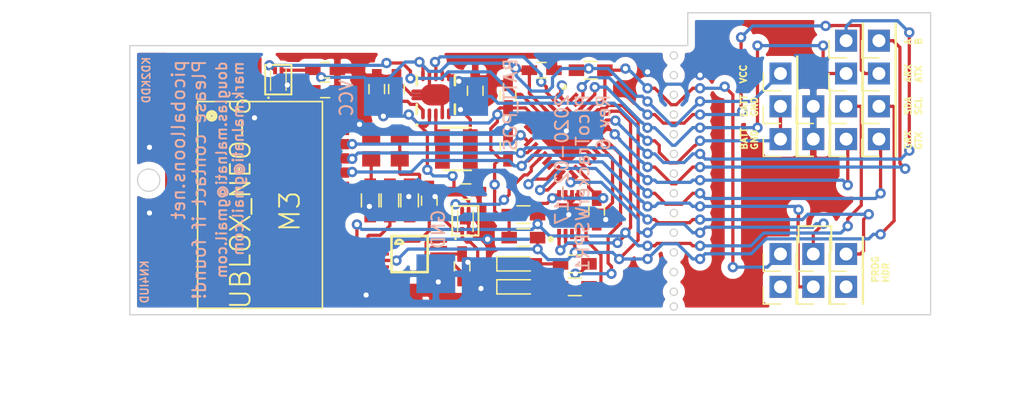
<source format=kicad_pcb>
(kicad_pcb (version 20171130) (host pcbnew "(5.1.5)-3")
  (layers (0 F.Cu signal) (31 B.Cu signal) (34 B.Paste user) (35 F.Paste user) (36 B.SilkS user) (37 F.SilkS user) (38 B.Mask user) (39 F.Mask user) (44 Edge.Cuts user))
  (net 0 "")
  (net 1 GND)
  (net 2 VCC)
  (net 3 VBATT)
  (net 4 "Net-(C3-Pad1)")
  (net 5 GPS_VCC)
  (net 6 WSPR_VCC)
  (net 7 SER_RXD)
  (net 8 SER_TXD)
  (net 9 SDA)
  (net 10 SCL)
  (net 11 SPI_MISO)
  (net 12 SPI_SCK)
  (net 13 SPI_RESET)
  (net 14 SPI_MOSI)
  (net 15 GPS_SER_OUT)
  (net 16 GPS_SER_IN)
  (net 17 GPS_RF_IN)
  (net 18 WSPR_RF_OUT)
  (net 19 "Net-(D1-Pad2)")
  (net 20 "Net-(D2-Pad2)")
  (net 21 "Net-(L1-Pad2)")
  (net 22 "Net-(M3-Pad8_RE)")
  (net 23 "Net-(M4-Pad2)")
  (net 24 "Net-(R10-Pad2)")
  (net 25 SIG_A)
  (net 26 SIG_B)
  (net 27 GPS_V_BCKP)
  (net 28 LED_1)
  (net 29 LED_2)
  (net 30 REG_PS_CTL)
  (net 31 GPS_ENABLE)
  (net 32 WSPR_ENABLE)
  (module Pin_Headers:Pin_Header_Straight_1x01_Pitch2.54mm (layer F.Cu) (at 127.5715 85.217 90)
    (fp_text reference CONN13 hide)
    (fp_text value SPI_RESET)
    (pad 1 thru_hole rect (at 0 0 90) (size 1.7 1.7) (drill 1) (layers *.Cu *.Mask) (net 13 SPI_RESET))
  )
  (module Pin_Headers:Pin_Header_Straight_1x01_Pitch2.54mm (layer F.Cu) (at 127.5715 87.757 90)
    (fp_text reference CONN16 hide)
    (fp_text value GND)
    (pad 1 thru_hole rect (at 0 0 90) (size 1.7 1.7) (drill 1) (layers *.Cu *.Mask))
  )
  (module Socket_Strips:Socket_Strip_Straight_1x01_Pitch2.54mm (layer F.Cu) (at 127.5715 73.787 90)
    (fp_text reference CONN7 hide)
    (fp_text value BATT_TAP)
    (pad 1 thru_hole rect (at 0 0 90) (size 1.7 1.7) (drill 1) (layers *.Cu *.Mask) (net 3 VBATT))
  )
  (module Socket_Strips:Socket_Strip_Straight_1x01_Pitch2.54mm (layer F.Cu) (at 127.5715 76.327 90)
    (fp_text reference CONN3 hide)
    (fp_text value BATT_INPUT)
    (pad 1 thru_hole rect (at 0 0 90) (size 1.7 1.7) (drill 1) (layers *.Cu *.Mask) (net 3 VBATT))
  )
  (module Socket_Strips:Socket_Strip_Straight_1x01_Pitch2.54mm (layer F.Cu) (at 127.5715 71.247 90)
    (fp_text reference CONN8 hide)
    (fp_text value VCC_TAP)
    (pad 1 thru_hole rect (at 0 0 90) (size 1.7 1.7) (drill 1) (layers *.Cu *.Mask) (net 2 VCC))
  )
  (module Capacitors_SMD:C_0603_HandSoldering (layer F.Cu) (at 106.4895 72.959 270)
    (fp_text reference C1 hide)
    (fp_text value .1uF)
    (pad 1 smd rect (at -0.95 0 270) (size 1.2 0.75) (layers F.Cu F.Paste F.Mask) (net 1 GND))
    (pad 2 smd rect (at 0.95 0 270) (size 1.2 0.75) (layers F.Cu F.Paste F.Mask) (net 2 VCC))
  )
  (module Capacitors_SMD:C_0603_HandSoldering (layer F.Cu) (at 103.9495 72.583 90)
    (fp_text reference C2 hide)
    (fp_text value 22uF)
    (pad 2 smd rect (at 0.95 0 90) (size 1.2 0.75) (layers F.Cu F.Paste F.Mask) (net 1 GND))
    (pad 1 smd rect (at -0.95 0 90) (size 1.2 0.75) (layers F.Cu F.Paste F.Mask) (net 3 VBATT))
  )
  (module Capacitors_SMD:C_0603_HandSoldering (layer F.Cu) (at 97.8535 72.451 90)
    (fp_text reference C3 hide)
    (fp_text value 1uF)
    (pad 1 smd rect (at -0.95 0 90) (size 1.2 0.75) (layers F.Cu F.Paste F.Mask) (net 4 "Net-(C3-Pad1)"))
    (pad 2 smd rect (at 0.95 0 90) (size 1.2 0.75) (layers F.Cu F.Paste F.Mask) (net 1 GND))
  )
  (module Capacitors_SMD:C_0603_HandSoldering (layer F.Cu) (at 96.3295 72.451 90)
    (fp_text reference C4 hide)
    (fp_text value 22uF)
    (pad 2 smd rect (at 0.95 0 90) (size 1.2 0.75) (layers F.Cu F.Paste F.Mask) (net 1 GND))
    (pad 1 smd rect (at -0.95 0 90) (size 1.2 0.75) (layers F.Cu F.Paste F.Mask) (net 2 VCC))
  )
  (module Capacitors_SMD:C_0603_HandSoldering (layer F.Cu) (at 92.3315 72.517)
    (fp_text reference C5 hide)
    (fp_text value .1uF)
    (pad 1 smd rect (at -0.95 0) (size 1.2 0.75) (layers F.Cu F.Paste F.Mask) (net 5 GPS_VCC))
    (pad 2 smd rect (at 0.95 0) (size 1.2 0.75) (layers F.Cu F.Paste F.Mask) (net 1 GND))
  )
  (module Capacitors_SMD:C_0603_HandSoldering (layer F.Cu) (at 92.3315 70.993)
    (fp_text reference C6 hide)
    (fp_text value 22uF)
    (pad 1 smd rect (at -0.95 0) (size 1.2 0.75) (layers F.Cu F.Paste F.Mask) (net 2 VCC))
    (pad 2 smd rect (at 0.95 0) (size 1.2 0.75) (layers F.Cu F.Paste F.Mask) (net 1 GND))
  )
  (module Capacitors_SMD:C_0603_HandSoldering (layer F.Cu) (at 100.3935 81.087 90)
    (fp_text reference C7 hide)
    (fp_text value .1uF)
    (pad 2 smd rect (at 0.95 0 90) (size 1.2 0.75) (layers F.Cu F.Paste F.Mask) (net 1 GND))
    (pad 1 smd rect (at -0.95 0 90) (size 1.2 0.75) (layers F.Cu F.Paste F.Mask) (net 6 WSPR_VCC))
  )
  (module Capacitors_SMD:C_0603_HandSoldering (layer F.Cu) (at 103.2535 80.391)
    (fp_text reference C8 hide)
    (fp_text value 22uF)
    (pad 2 smd rect (at 0.95 0) (size 1.2 0.75) (layers F.Cu F.Paste F.Mask) (net 1 GND))
    (pad 1 smd rect (at -0.95 0) (size 1.2 0.75) (layers F.Cu F.Paste F.Mask) (net 2 VCC))
  )
  (module Capacitors_SMD:C_0603_HandSoldering (layer F.Cu) (at 106.4895 76.901 270)
    (fp_text reference C9 hide)
    (fp_text value .1uF)
    (pad 1 smd rect (at -0.95 0 270) (size 1.2 0.75) (layers F.Cu F.Paste F.Mask) (net 1 GND))
    (pad 2 smd rect (at 0.95 0 270) (size 1.2 0.75) (layers F.Cu F.Paste F.Mask) (net 2 VCC))
  )
  (module Capacitors_SMD:C_0603_HandSoldering (layer F.Cu) (at 102.9335 86.167 270)
    (fp_text reference C10 hide)
    (fp_text value .1uF)
    (pad 1 smd rect (at -0.95 0 270) (size 1.2 0.75) (layers F.Cu F.Paste F.Mask) (net 1 GND))
    (pad 2 smd rect (at 0.95 0 270) (size 1.2 0.75) (layers F.Cu F.Paste F.Mask) (net 6 WSPR_VCC))
  )
  (module Capacitors_SMD:C_0603_HandSoldering (layer F.Cu) (at 109.0905 70.993 180)
    (fp_text reference C11 hide)
    (fp_text value .1uF)
    (pad 2 smd rect (at 0.95 0 180) (size 1.2 0.75) (layers F.Cu F.Paste F.Mask) (net 2 VCC))
    (pad 1 smd rect (at -0.95 0 180) (size 1.2 0.75) (layers F.Cu F.Paste F.Mask) (net 1 GND))
  )
  (module Capacitors_SMD:C_0603_HandSoldering (layer F.Cu) (at 113.3475 81.849 270)
    (fp_text reference C12 hide)
    (fp_text value .1uF)
    (pad 2 smd rect (at 0.95 0 270) (size 1.2 0.75) (layers F.Cu F.Paste F.Mask) (net 1 GND))
    (pad 1 smd rect (at -0.95 0 270) (size 1.2 0.75) (layers F.Cu F.Paste F.Mask) (net 2 VCC))
  )
  (module Measurement_Points:Measurement_Point_Square-SMD-Pad_Big (layer B.Cu) (at 100.9015 86.741 90)
    (fp_text reference CONN1 hide)
    (fp_text value BATT_NEG hide)
    (pad 1 smd rect (at 0 0 90) (size 3 3) (layers B.Cu B.Mask) (net 1 GND))
  )
  (module Measurement_Points:Measurement_Point_Square-SMD-Pad_Big (layer B.Cu) (at 103.4415 73.025 90)
    (fp_text reference CONN2 hide)
    (fp_text value BATT_POS hide)
    (pad 1 smd rect (at 0 0 90) (size 3 3) (layers B.Cu B.Mask) (net 3 VBATT))
  )
  (module Socket_Strips:Socket_Strip_Straight_1x01_Pitch2.54mm (layer F.Cu) (at 130.1115 76.327 90)
    (fp_text reference CONN4 hide)
    (fp_text value GND_INPUT)
    (pad 1 thru_hole rect (at 0 0 90) (size 1.7 1.7) (drill 1) (layers *.Cu *.Mask) (net 1 GND))
  )
  (module Socket_Strips:Socket_Strip_Straight_1x01_Pitch2.54mm (layer F.Cu) (at 132.6515 71.247 90)
    (fp_text reference CONN5 hide)
    (fp_text value MCU_SER_RXD)
    (pad 1 thru_hole rect (at 0 0 90) (size 1.7 1.7) (drill 1) (layers *.Cu *.Mask) (net 7 SER_RXD))
  )
  (module Socket_Strips:Socket_Strip_Straight_1x01_Pitch2.54mm (layer F.Cu) (at 135.1915 71.247 90)
    (fp_text reference CONN6 hide)
    (fp_text value MCU_SER_TXD)
    (pad 1 thru_hole rect (at 0 0 90) (size 1.7 1.7) (drill 1) (layers *.Cu *.Mask) (net 8 SER_TXD))
  )
  (module Socket_Strips:Socket_Strip_Straight_1x01_Pitch2.54mm (layer F.Cu) (at 132.6515 73.787 90)
    (fp_text reference CONN9 hide)
    (fp_text value SDA_TAP)
    (pad 1 thru_hole rect (at 0 0 90) (size 1.7 1.7) (drill 1) (layers *.Cu *.Mask) (net 9 SDA))
  )
  (module Socket_Strips:Socket_Strip_Straight_1x01_Pitch2.54mm (layer F.Cu) (at 135.1915 73.787 90)
    (fp_text reference CONN10 hide)
    (fp_text value SCL_TAP)
    (pad 1 thru_hole rect (at 0 0 90) (size 1.7 1.7) (drill 1) (layers *.Cu *.Mask) (net 10 SCL))
  )
  (module Pin_Headers:Pin_Header_Straight_1x01_Pitch2.54mm (layer F.Cu) (at 132.6515 85.217 90)
    (fp_text reference CONN11 hide)
    (fp_text value SPI_MISO)
    (pad 1 thru_hole rect (at 0 0 90) (size 1.7 1.7) (drill 1) (layers *.Cu *.Mask) (net 11 SPI_MISO))
  )
  (module Pin_Headers:Pin_Header_Straight_1x01_Pitch2.54mm (layer F.Cu) (at 130.1115 85.217 90)
    (fp_text reference CONN12 hide)
    (fp_text value SPI_SCK)
    (pad 1 thru_hole rect (at 0 0 90) (size 1.7 1.7) (drill 1) (layers *.Cu *.Mask) (net 12 SPI_SCK))
  )
  (module Pin_Headers:Pin_Header_Straight_1x01_Pitch2.54mm (layer F.Cu) (at 132.6515 87.757 90)
    (fp_text reference CONN14 hide)
    (fp_text value VBATT)
    (pad 1 thru_hole rect (at 0 0 90) (size 1.7 1.7) (drill 1) (layers *.Cu *.Mask))
  )
  (module Pin_Headers:Pin_Header_Straight_1x01_Pitch2.54mm (layer F.Cu) (at 130.1115 87.757 90)
    (fp_text reference CONN15 hide)
    (fp_text value SPI_MOSI)
    (pad 1 thru_hole rect (at 0 0 90) (size 1.7 1.7) (drill 1) (layers *.Cu *.Mask) (net 14 SPI_MOSI))
  )
  (module Socket_Strips:Socket_Strip_Straight_1x01_Pitch2.54mm (layer F.Cu) (at 135.1915 76.327 90)
    (fp_text reference CONN17 hide)
    (fp_text value GPS_SER_OUT)
    (pad 1 thru_hole rect (at 0 0 90) (size 1.7 1.7) (drill 1) (layers *.Cu *.Mask) (net 15 GPS_SER_OUT))
  )
  (module Socket_Strips:Socket_Strip_Straight_1x01_Pitch2.54mm (layer F.Cu) (at 132.6515 76.327 90)
    (fp_text reference CONN18 hide)
    (fp_text value GPS_SER_IN)
    (pad 1 thru_hole rect (at 0 0 90) (size 1.7 1.7) (drill 1) (layers *.Cu *.Mask) (net 16 GPS_SER_IN))
  )
  (module Socket_Strips:Socket_Strip_Straight_1x01_Pitch2.54mm (layer F.Cu) (at 132.6515 68.707 90)
    (fp_text reference CONN19 hide)
    (fp_text value SIG_A)
    (pad 1 thru_hole rect (at 0 0 90) (size 1.7 1.7) (drill 1) (layers *.Cu *.Mask) (net 25 SIG_A))
  )
  (module Socket_Strips:Socket_Strip_Straight_1x01_Pitch2.54mm (layer F.Cu) (at 135.1915 68.707 90)
    (fp_text reference CONN20 hide)
    (fp_text value SIG_B)
    (pad 1 thru_hole rect (at 0 0 90) (size 1.7 1.7) (drill 1) (layers *.Cu *.Mask) (net 26 SIG_B))
  )
  (module Measurement_Points:Measurement_Point_Square-SMD-Pad_Big (layer F.Cu) (at 85.9155 71.501 180)
    (fp_text reference CONN21 hide)
    (fp_text value GPS_RF_GND)
    (pad 1 smd rect (at 0 0 180) (size 3 3) (layers F.Cu F.Mask) (net 1 GND))
  )
  (module Measurement_Points:Measurement_Point_Square-SMD-Pad_Big (layer F.Cu) (at 82.1055 71.501 180)
    (fp_text reference CONN22 hide)
    (fp_text value GPS_RF_IN)
    (pad 1 smd rect (at 0 0 180) (size 3 3) (layers F.Cu F.Mask) (net 17 GPS_RF_IN))
  )
  (module Measurement_Points:Measurement_Point_Square-SMD-Pad_Small (layer F.Cu) (at 99.1235 88.265 180)
    (fp_text reference CONN23 hide)
    (fp_text value WSPR_RF_GND)
    (pad 1 smd rect (at 0 0 180) (size 1.5 1.5) (layers F.Cu F.Mask) (net 1 GND))
  )
  (module Measurement_Points:Measurement_Point_Square-SMD-Pad_Small (layer F.Cu) (at 97.0915 88.265 180)
    (fp_text reference CONN24 hide)
    (fp_text value WSPR_RF_OUT)
    (pad 1 smd rect (at 0 0 180) (size 1.5 1.5) (layers F.Cu F.Mask) (net 18 WSPR_RF_OUT))
  )
  (module Socket_Strips:Socket_Strip_Straight_1x01_Pitch2.54mm (layer F.Cu) (at 130.1115 73.787 90)
    (fp_text reference CONN25 hide)
    (fp_text value GND_TAP)
    (pad 1 thru_hole rect (at 0 0 90) (size 1.7 1.7) (drill 1) (layers *.Cu *.Mask) (net 1 GND))
  )
  (module Measurement_Points:Measurement_Point_Square-SMD-Pad_Big (layer B.Cu) (at 96.8375 73.025 90)
    (fp_text reference CONN26 hide)
    (fp_text value VCC_OUTPUT hide)
    (pad 1 smd rect (at 0 0 90) (size 3 3) (layers B.Cu B.Mask) (net 2 VCC))
  )
  (module LEDs:LED_0603_HandSoldering (layer F.Cu) (at 107.4215 85.979)
    (fp_text reference D1 hide)
    (fp_text value LED_Small)
    (pad 2 smd rect (at 1.1 0) (size 1.2 0.9) (layers F.Cu F.Paste F.Mask) (net 19 "Net-(D1-Pad2)"))
    (pad 1 smd rect (at -1.1 0) (size 1.2 0.9) (layers F.Cu F.Paste F.Mask) (net 1 GND))
  )
  (module LEDs:LED_0603_HandSoldering (layer F.Cu) (at 107.4215 87.757)
    (fp_text reference D2 hide)
    (fp_text value LED_Small)
    (pad 1 smd rect (at -1.1 0) (size 1.2 0.9) (layers F.Cu F.Paste F.Mask) (net 1 GND))
    (pad 2 smd rect (at 1.1 0) (size 1.2 0.9) (layers F.Cu F.Paste F.Mask) (net 20 "Net-(D2-Pad2)"))
  )
  (module CustomFootprintLibrary:MCP9808 (layer F.Cu) (at 111.1885 82.169 90)
    (fp_text reference IC1 hide)
    (fp_text value MCP9808 hide)
    (pad 9 smd rect (at 0 0 180) (size 1.55 1.75) (layers F.Cu F.Paste F.Mask) (net 1 GND))
    (pad 8 smd rect (at 1.5 -0.75 180) (size 0.3 0.8) (layers F.Cu F.Paste F.Mask) (net 2 VCC))
    (pad 7 smd rect (at 1.5 -0.25 180) (size 0.3 0.8) (layers F.Cu F.Paste F.Mask) (net 1 GND))
    (pad 6 smd rect (at 1.5 0.25 180) (size 0.3 0.8) (layers F.Cu F.Paste F.Mask) (net 1 GND))
    (pad 5 smd rect (at 1.5 0.75 180) (size 0.3 0.8) (layers F.Cu F.Paste F.Mask) (net 1 GND))
    (pad 4 smd rect (at -1.5 0.75 180) (size 0.3 0.8) (layers F.Cu F.Paste F.Mask) (net 1 GND))
    (pad 3 smd rect (at -1.5 0.25 180) (size 0.3 0.8) (layers F.Cu F.Paste F.Mask))
    (pad 2 smd rect (at -1.5 -0.25 180) (size 0.3 0.8) (layers F.Cu F.Paste F.Mask) (net 10 SCL))
    (pad 1 smd rect (at -1.5 -0.75 180) (size 0.3 0.8) (layers F.Cu F.Paste F.Mask) (net 9 SDA))
  )
  (module CustomFootprintLibrary:coilcraft-LPS3015-222 (layer F.Cu) (at 102.489 77.089 180)
    (fp_text reference L1 hide)
    (fp_text value 2.2uH hide)
    (pad 2 smd rect (at 1.0795 0 180) (size 1.143 3.048) (layers F.Cu F.Paste F.Mask) (net 21 "Net-(L1-Pad2)"))
    (pad 1 smd rect (at -1.0795 0 180) (size 1.143 3.048) (layers F.Cu F.Paste F.Mask) (net 3 VBATT))
  )
  (module CustomFootprintLibrary:UBLOX_NEO-6 (layer F.Cu) (at 87.6935 81.915 180)
    (fp_text reference M3 (at -1.905 0 90) (layer F.SilkS) (effects (font (size 1.524 1.524))))
    (fp_text value UBLOX_NEO-6 (at 1.905 0.635 90) (layer F.SilkS) (effects (font (size 1.524 1.524))))
    (pad 1_RE smd rect (at 6.39826 7.39902 270) (size 0.79756 1.79832) (layers F.Cu F.Paste F.Mask))
    (pad 2_SS smd rect (at 6.39826 6.2992 270) (size 0.79756 1.79832) (layers F.Cu F.Paste F.Mask))
    (pad 3_TI smd rect (at 6.39826 5.19938 270) (size 0.79756 1.79832) (layers F.Cu F.Paste F.Mask))
    (pad 4_EX smd rect (at 6.39826 4.09956 270) (size 0.79756 1.79832) (layers F.Cu F.Paste F.Mask))
    (pad 5_US smd rect (at 6.39826 2.99974 270) (size 0.79756 1.79832) (layers F.Cu F.Paste F.Mask))
    (pad 6_US smd rect (at 6.39826 1.89992 270) (size 0.79756 1.79832) (layers F.Cu F.Paste F.Mask))
    (pad 7_VD smd rect (at 6.39826 0.79756 270) (size 0.79756 1.79832) (layers F.Cu F.Paste F.Mask) (net 1 GND))
    (pad 8_RE smd rect (at 6.39826 -2.19964 270) (size 0.79756 1.79832) (layers F.Cu F.Paste F.Mask) (net 22 "Net-(M3-Pad8_RE)"))
    (pad 9_VC smd rect (at 6.39826 -3.29946 270) (size 0.79756 1.79832) (layers F.Cu F.Paste F.Mask) (net 22 "Net-(M3-Pad8_RE)"))
    (pad 10_G smd rect (at 6.39826 -4.39928 270) (size 0.79756 1.79832) (layers F.Cu F.Paste F.Mask) (net 1 GND))
    (pad 11_R smd rect (at 6.39826 -5.4991 270) (size 0.79756 1.79832) (layers F.Cu F.Paste F.Mask) (net 17 GPS_RF_IN))
    (pad 12_G smd rect (at 6.39826 -6.59892 270) (size 0.79756 1.79832) (layers F.Cu F.Paste F.Mask) (net 1 GND))
    (pad 13_G smd rect (at -5.59816 -6.59892 270) (size 0.79756 1.79832) (layers F.Cu F.Paste F.Mask) (net 1 GND))
    (pad 14_M smd rect (at -5.59816 -5.4991 270) (size 0.79756 1.79832) (layers F.Cu F.Paste F.Mask))
    (pad 15_M smd rect (at -5.59816 -4.39928 270) (size 0.79756 1.79832) (layers F.Cu F.Paste F.Mask))
    (pad 16_C smd rect (at -5.59816 -3.29946 270) (size 0.79756 1.79832) (layers F.Cu F.Paste F.Mask))
    (pad 17_R smd rect (at -5.59816 -2.19964 270) (size 0.79756 1.79832) (layers F.Cu F.Paste F.Mask))
    (pad 18_S smd rect (at -5.59816 0.79756 270) (size 0.79756 1.79832) (layers F.Cu F.Paste F.Mask))
    (pad 19_S smd rect (at -5.59816 1.89992 270) (size 0.79756 1.79832) (layers F.Cu F.Paste F.Mask))
    (pad 20_T smd rect (at -5.59816 2.99974 270) (size 0.79756 1.79832) (layers F.Cu F.Paste F.Mask) (net 15 GPS_SER_OUT))
    (pad 21_R smd rect (at -5.59816 4.09956 270) (size 0.79756 1.79832) (layers F.Cu F.Paste F.Mask) (net 16 GPS_SER_IN))
    (pad 22_V smd rect (at -5.59816 5.19938 270) (size 0.79756 1.79832) (layers F.Cu F.Paste F.Mask) (net 27 GPS_V_BCKP))
    (pad 23_V smd rect (at -5.59816 6.2992 270) (size 0.79756 1.79832) (layers F.Cu F.Paste F.Mask) (net 5 GPS_VCC))
    (pad 24_G smd rect (at -5.59816 7.39902 270) (size 0.79756 1.79832) (layers F.Cu F.Paste F.Mask) (net 1 GND))
  )
  (module CustomFootprintLibrary:SI5351A (layer F.Cu) (at 98.8695 85.217 180)
    (fp_text reference M4 hide)
    (fp_text value SI5351A hide)
    (pad 1 smd rect (at 2.25 0.99822 270) (size 0.24892 1.3) (layers F.Cu F.Paste F.Mask) (net 6 WSPR_VCC))
    (pad 2 smd rect (at 2.25 0.49784 270) (size 0.24892 1.3) (layers F.Cu F.Paste F.Mask) (net 23 "Net-(M4-Pad2)"))
    (pad 3 smd rect (at 2.25 0 270) (size 0.24892 1.3) (layers F.Cu F.Paste F.Mask))
    (pad 4 smd rect (at 2.25 -0.49784 270) (size 0.24892 1.3) (layers F.Cu F.Paste F.Mask) (net 10 SCL))
    (pad 5 smd rect (at 2.25 -0.99822 270) (size 0.24892 1.3) (layers F.Cu F.Paste F.Mask) (net 9 SDA))
    (pad 6 smd rect (at -2.25 -0.99822 90) (size 0.24892 1.3) (layers F.Cu F.Paste F.Mask))
    (pad 7 smd rect (at -2.25 -0.49784 90) (size 0.24892 1.3) (layers F.Cu F.Paste F.Mask) (net 6 WSPR_VCC))
    (pad 8 smd rect (at -2.25 0 90) (size 0.24892 1.3) (layers F.Cu F.Paste F.Mask) (net 1 GND))
    (pad 9 smd rect (at -2.25 0.49784 90) (size 0.24892 1.3) (layers F.Cu F.Paste F.Mask))
    (pad 10 smd rect (at -2.25 0.99822 90) (size 0.24892 1.3) (layers F.Cu F.Paste F.Mask) (net 18 WSPR_RF_OUT))
  )
  (module Resistors_SMD:R_0603_HandSoldering (layer F.Cu) (at 111.6535 85.979)
    (fp_text reference R1 hide)
    (fp_text value 220)
    (pad 2 smd rect (at 1.1 0) (size 1.2 0.9) (layers F.Cu F.Paste F.Mask) (net 28 LED_1))
    (pad 1 smd rect (at -1.1 0) (size 1.2 0.9) (layers F.Cu F.Paste F.Mask) (net 19 "Net-(D1-Pad2)"))
  )
  (module Resistors_SMD:R_0603_HandSoldering (layer F.Cu) (at 111.6535 87.757)
    (fp_text reference R2 hide)
    (fp_text value 220)
    (pad 1 smd rect (at -1.1 0) (size 1.2 0.9) (layers F.Cu F.Paste F.Mask) (net 20 "Net-(D2-Pad2)"))
    (pad 2 smd rect (at 1.1 0) (size 1.2 0.9) (layers F.Cu F.Paste F.Mask) (net 29 LED_2))
  )
  (module Resistors_SMD:R_0603_HandSoldering (layer F.Cu) (at 112.8825 70.993)
    (fp_text reference R3 hide)
    (fp_text value 10k)
    (pad 1 smd rect (at -1.1 0) (size 1.2 0.9) (layers F.Cu F.Paste F.Mask) (net 2 VCC))
    (pad 2 smd rect (at 1.1 0) (size 1.2 0.9) (layers F.Cu F.Paste F.Mask) (net 13 SPI_RESET))
  )
  (module Resistors_SMD:R_0603_HandSoldering (layer F.Cu) (at 107.6755 82.169)
    (fp_text reference R4 hide)
    (fp_text value 10k)
    (pad 2 smd rect (at 1.1 0) (size 1.2 0.9) (layers F.Cu F.Paste F.Mask) (net 9 SDA))
    (pad 1 smd rect (at -1.1 0) (size 1.2 0.9) (layers F.Cu F.Paste F.Mask) (net 2 VCC))
  )
  (module Resistors_SMD:R_0603_HandSoldering (layer F.Cu) (at 107.6755 83.947)
    (fp_text reference R6 hide)
    (fp_text value 10k)
    (pad 1 smd rect (at -1.1 0) (size 1.2 0.9) (layers F.Cu F.Paste F.Mask) (net 2 VCC))
    (pad 2 smd rect (at 1.1 0) (size 1.2 0.9) (layers F.Cu F.Paste F.Mask) (net 10 SCL))
  )
  (module Resistors_SMD:R_0603_HandSoldering (layer F.Cu) (at 95.8215 81.069 270)
    (fp_text reference R9 hide)
    (fp_text value 100)
    (pad 1 smd rect (at -1.1 0 270) (size 1.2 0.9) (layers F.Cu F.Paste F.Mask) (net 24 "Net-(R10-Pad2)"))
    (pad 2 smd rect (at 1.1 0 270) (size 1.2 0.9) (layers F.Cu F.Paste F.Mask) (net 1 GND))
  )
  (module Resistors_SMD:R_0603_HandSoldering (layer F.Cu) (at 97.3455 81.069 90)
    (fp_text reference R10 hide)
    (fp_text value 68)
    (pad 2 smd rect (at 1.1 0 90) (size 1.2 0.9) (layers F.Cu F.Paste F.Mask) (net 24 "Net-(R10-Pad2)"))
    (pad 1 smd rect (at -1.1 0 90) (size 1.2 0.9) (layers F.Cu F.Paste F.Mask) (net 23 "Net-(M4-Pad2)"))
  )
  (module Resistors_SMD:R_0603_HandSoldering (layer F.Cu) (at 98.8695 81.069 90)
    (fp_text reference R11 hide)
    (fp_text value 100)
    (pad 2 smd rect (at 1.1 0 90) (size 1.2 0.9) (layers F.Cu F.Paste F.Mask) (net 1 GND))
    (pad 1 smd rect (at -1.1 0 90) (size 1.2 0.9) (layers F.Cu F.Paste F.Mask) (net 23 "Net-(M4-Pad2)"))
  )
  (module CustomFootprintLibrary:texas-S-PDSO-N10 (layer F.Cu) (at 100.9015 72.898)
    (fp_text reference REG_3V3_BOARD1 hide)
    (fp_text value TPS61201 hide)
    (pad 1 smd oval (at -0.99822 1.4732 90) (size 0.84836 0.2794) (layers F.Cu F.Paste F.Mask) (net 4 "Net-(C3-Pad1)"))
    (pad 2 smd oval (at -0.49784 1.4732 90) (size 0.84836 0.2794) (layers F.Cu F.Paste F.Mask) (net 2 VCC))
    (pad 3 smd oval (at 0 1.4732 90) (size 0.84836 0.2794) (layers F.Cu F.Paste F.Mask) (net 21 "Net-(L1-Pad2)"))
    (pad 4 smd oval (at 0.49784 1.4732 90) (size 0.84836 0.2794) (layers F.Cu F.Paste F.Mask) (net 1 GND))
    (pad 5 smd oval (at 0.99822 1.4732 90) (size 0.84836 0.2794) (layers F.Cu F.Paste F.Mask) (net 3 VBATT))
    (pad 6 smd oval (at 0.99822 -1.4732 270) (size 0.84836 0.2794) (layers F.Cu F.Paste F.Mask) (net 3 VBATT))
    (pad 7 smd oval (at 0.49784 -1.4732 270) (size 0.84836 0.2794) (layers F.Cu F.Paste F.Mask) (net 3 VBATT))
    (pad 8 smd oval (at 0 -1.4732 270) (size 0.84836 0.2794) (layers F.Cu F.Paste F.Mask) (net 30 REG_PS_CTL))
    (pad 9 smd oval (at -0.49784 -1.4732 270) (size 0.84836 0.2794) (layers F.Cu F.Paste F.Mask) (net 1 GND))
    (pad 10 smd oval (at -0.99822 -1.4732 270) (size 0.84836 0.2794) (layers F.Cu F.Paste F.Mask) (net 2 VCC))
    (pad PP smd oval (at 0 0) (size 2.39776 1.64846) (layers F.Cu F.Paste F.Mask) (net 1 GND))
    (pad PP@1 smd oval (at 0 -0.27432) (size 3.79984 0.2794) (layers F.Cu F.Paste F.Mask) (net 1 GND))
    (pad PP@2 smd oval (at 0 0.27432) (size 3.79984 0.2794) (layers F.Cu F.Paste F.Mask) (net 1 GND))
  )
  (module CustomFootprintLibrary:CRYSTAL_3.2mmWidth_2.5mmHeight (layer F.Cu) (at 97.0026 77.0001 270)
    (fp_text reference TCXO2 hide)
    (fp_text value CRYSTAL_TCXO_3.2mmWidth_2.5mmHeight hide)
    (fp_text user . (at -1.778 -2.032 90) (layer F.SilkS))
    (pad 1 smd rect (at -0.8509 -1.1049 270) (size 1.1938 1.397) (layers F.Cu F.Paste F.Mask) (net 6 WSPR_VCC))
    (pad 2 smd rect (at -0.8509 1.1049 270) (size 1.1938 1.397) (layers F.Cu F.Paste F.Mask) (net 1 GND))
    (pad 3 smd rect (at 0.8509 1.1049 270) (size 1.1938 1.397) (layers F.Cu F.Paste F.Mask) (net 24 "Net-(R10-Pad2)"))
    (pad 4 smd rect (at 0.8509 -1.1049 270) (size 1.1938 1.397) (layers F.Cu F.Paste F.Mask) (net 6 WSPR_VCC))
  )
  (module CustomFootprintLibrary:SIP32431DNP3-T1GE4 (layer F.Cu) (at 88.9635 71.851 90)
    (fp_text reference U1 hide)
    (fp_text value SIP32431DNP3-T1GE4 hide)
    (pad 1 smd rect (at -0.629 -0.504) (size 0.3 0.55) (layers F.Cu F.Paste F.Mask) (net 5 GPS_VCC))
    (pad 2 smd rect (at -0.629 -0.004) (size 0.3 0.55) (layers F.Cu F.Paste F.Mask) (net 1 GND))
    (pad 3 smd rect (at 0.821 -0.004) (size 0.3 0.55) (layers F.Cu F.Paste F.Mask) (net 2 VCC))
    (pad 4 smd rect (at 0.821 -0.504) (size 0.3 0.55) (layers F.Cu F.Paste F.Mask) (net 31 GPS_ENABLE))
    (pad 5 smd rect (at 0.096 -0.254 90) (size 0.5 0.86) (layers F.Cu F.Paste F.Mask) (net 1 GND))
  )
  (module CustomFootprintLibrary:SIP32431DNP3-T1GE4 (layer F.Cu) (at 103.4415 82.773 90)
    (fp_text reference U2 hide)
    (fp_text value SIP32431DNP3-T1GE4 hide)
    (pad 5 smd rect (at 0.096 -0.254 90) (size 0.5 0.86) (layers F.Cu F.Paste F.Mask) (net 1 GND))
    (pad 4 smd rect (at 0.821 -0.504) (size 0.3 0.55) (layers F.Cu F.Paste F.Mask) (net 32 WSPR_ENABLE))
    (pad 3 smd rect (at 0.821 -0.004) (size 0.3 0.55) (layers F.Cu F.Paste F.Mask) (net 2 VCC))
    (pad 2 smd rect (at -0.629 -0.004) (size 0.3 0.55) (layers F.Cu F.Paste F.Mask) (net 1 GND))
    (pad 1 smd rect (at -0.629 -0.504) (size 0.3 0.55) (layers F.Cu F.Paste F.Mask) (net 6 WSPR_VCC))
  )
  (module CustomFootprintLibrary:ATMEGA328P-MU (layer F.Cu) (at 111.0615 76.073 315)
    (fp_text reference U3 hide)
    (fp_text value ATMEGA328P-MU hide)
    (pad 33 smd rect (at 0 0 315) (size 3.25 3.25) (layers F.Cu F.Paste F.Mask) (net 1 GND))
    (pad 32 smd rect (at -1.75 -2.45 315) (size 0.3 0.85) (layers F.Cu F.Paste F.Mask))
    (pad 31 smd rect (at -1.25 -2.45 315) (size 0.3 0.85) (layers F.Cu F.Paste F.Mask) (net 8 SER_TXD))
    (pad 30 smd rect (at -0.75 -2.45 315) (size 0.3 0.85) (layers F.Cu F.Paste F.Mask) (net 7 SER_RXD))
    (pad 29 smd rect (at -0.25 -2.45 315) (size 0.3 0.85) (layers F.Cu F.Paste F.Mask) (net 13 SPI_RESET))
    (pad 28 smd rect (at 0.25 -2.45 315) (size 0.3 0.85) (layers F.Cu F.Paste F.Mask) (net 10 SCL))
    (pad 27 smd rect (at 0.75 -2.45 315) (size 0.3 0.85) (layers F.Cu F.Paste F.Mask) (net 9 SDA))
    (pad 26 smd rect (at 1.25 -2.45 315) (size 0.3 0.85) (layers F.Cu F.Paste F.Mask) (net 25 SIG_A))
    (pad 25 smd rect (at 1.75 -2.45 315) (size 0.3 0.85) (layers F.Cu F.Paste F.Mask) (net 26 SIG_B))
    (pad 24 smd rect (at 2.45 -1.75 45) (size 0.3 0.85) (layers F.Cu F.Paste F.Mask) (net 28 LED_1))
    (pad 23 smd rect (at 2.45 -1.25 45) (size 0.3 0.85) (layers F.Cu F.Paste F.Mask) (net 29 LED_2))
    (pad 22 smd rect (at 2.45 -0.75 45) (size 0.3 0.85) (layers F.Cu F.Paste F.Mask))
    (pad 21 smd rect (at 2.45 -0.25 45) (size 0.3 0.85) (layers F.Cu F.Paste F.Mask) (net 1 GND))
    (pad 20 smd rect (at 2.45 0.25 45) (size 0.3 0.85) (layers F.Cu F.Paste F.Mask))
    (pad 19 smd rect (at 2.45 0.75 45) (size 0.3 0.85) (layers F.Cu F.Paste F.Mask))
    (pad 18 smd rect (at 2.45 1.25 45) (size 0.3 0.85) (layers F.Cu F.Paste F.Mask) (net 2 VCC))
    (pad 17 smd rect (at 2.45 1.75 45) (size 0.3 0.85) (layers F.Cu F.Paste F.Mask) (net 12 SPI_SCK))
    (pad 16 smd rect (at 1.75 2.45 315) (size 0.3 0.85) (layers F.Cu F.Paste F.Mask) (net 11 SPI_MISO))
    (pad 15 smd rect (at 1.25 2.45 315) (size 0.3 0.85) (layers F.Cu F.Paste F.Mask) (net 14 SPI_MOSI))
    (pad 14 smd rect (at 0.75 2.45 315) (size 0.3 0.85) (layers F.Cu F.Paste F.Mask))
    (pad 13 smd rect (at 0.25 2.45 315) (size 0.3 0.85) (layers F.Cu F.Paste F.Mask))
    (pad 12 smd rect (at -0.25 2.45 315) (size 0.3 0.85) (layers F.Cu F.Paste F.Mask) (net 32 WSPR_ENABLE))
    (pad 11 smd rect (at -0.75 2.45 315) (size 0.3 0.85) (layers F.Cu F.Paste F.Mask) (net 15 GPS_SER_OUT))
    (pad 10 smd rect (at -1.25 2.45 315) (size 0.3 0.85) (layers F.Cu F.Paste F.Mask) (net 16 GPS_SER_IN))
    (pad 9 smd rect (at -1.75 2.45 315) (size 0.3 0.85) (layers F.Cu F.Paste F.Mask) (net 27 GPS_V_BCKP))
    (pad 8 smd rect (at -2.45 1.75 45) (size 0.3 0.85) (layers F.Cu F.Paste F.Mask))
    (pad 7 smd rect (at -2.45 1.25 45) (size 0.3 0.85) (layers F.Cu F.Paste F.Mask))
    (pad 6 smd rect (at -2.45 0.75 45) (size 0.3 0.85) (layers F.Cu F.Paste F.Mask) (net 2 VCC))
    (pad 5 smd rect (at -2.45 0.25 45) (size 0.3 0.85) (layers F.Cu F.Paste F.Mask) (net 1 GND))
    (pad 4 smd rect (at -2.45 -0.25 45) (size 0.3 0.85) (layers F.Cu F.Paste F.Mask) (net 2 VCC))
    (pad 3 smd rect (at -2.45 -0.75 45) (size 0.3 0.85) (layers F.Cu F.Paste F.Mask) (net 1 GND))
    (pad 2 smd rect (at -2.45 -1.25 45) (size 0.3 0.85) (layers F.Cu F.Paste F.Mask) (net 30 REG_PS_CTL))
    (pad 1 smd rect (at -2.45 -1.75 45) (size 0.3 0.85) (layers F.Cu F.Paste F.Mask) (net 31 GPS_ENABLE))
  )
  (gr_text KN4IUD (at 78.359 87.376 90) (layer B.SilkS) (effects (font (size 0.6 0.6) (thickness 0.125)) (justify mirror)))
  (gr_text KD2KDD (at 78.486 71.755 90) (layer B.SilkS) (effects (font (size 0.6 0.6) (thickness 0.125)) (justify mirror)))
  (gr_text "douglas.malnati@gmail.com\nmark.malnati@gmail.com" (at 84.963 70.231 90) (layer B.SilkS) (effects (font (size 0.8 0.8)) (justify left mirror)))
  (gr_text "picoballoons.net\nPlease contact if found!" (at 81.788 70.104 90) (layer B.SilkS) (effects (font (size 1 1)) (justify left mirror)))
  (gr_text "2020-02-17\nPicoTrackerWSPR1\nRev 6" (at 112.268 72.771 90) (layer B.SilkS) (effects (font (size 1 1)) (justify left mirror)))
  (gr_text GND (at 101.092 83.312 90) (layer B.SilkS) (effects (font (size 1 1)) (justify mirror)))
  (gr_text VCC (at 93.98 73.152 90) (layer B.SilkS) (effects (font (size 1 1)) (justify mirror)))
  (gr_text BATT_POS (at 106.68 73.66 90) (layer B.SilkS) (effects (font (size 1 1)) (justify mirror)))
  (gr_line (start 120.396 69.088) (end 118.364 69.088) (layer Edge.Cuts) (width 0.1))
  (gr_line (start 120.396 66.548) (end 120.396 69.088) (layer Edge.Cuts) (width 0.1))
  (gr_line (start 77.216 69.088) (end 118.364 69.088) (layer Edge.Cuts) (width 0.1))
  (gr_line (start 139.192 66.548) (end 120.396 66.548) (layer Edge.Cuts) (width 0.1))
  (gr_line (start 139.192 89.916) (end 139.192 66.548) (layer Edge.Cuts) (width 0.1))
  (gr_line (start 118.364 89.916) (end 139.192 89.916) (layer Edge.Cuts) (width 0.1))
  (gr_line (start 77.216 89.916) (end 118.364 89.916) (layer Edge.Cuts) (width 0.1))
  (gr_line (start 77.216 69.088) (end 77.216 89.916) (layer Edge.Cuts) (width 0.1))
  (gr_circle (center 78.6765 79.502) (end 78.9305 78.6765) (layer Edge.Cuts) (width 0.1))
  (gr_text "BATT\nGND" (at 125.1585 77.216 90) (layer F.SilkS) (effects (font (size 0.5 0.5) (thickness 0.125)) (justify left)))
  (gr_text "BATT\nGND" (at 125.1585 74.676 90) (layer F.SilkS) (effects (font (size 0.5 0.5) (thickness 0.125)) (justify left)))
  (gr_text VCC (at 124.7013 72.0852 90) (layer F.SilkS) (effects (font (size 0.5 0.5) (thickness 0.125)) (justify left)))
  (gr_circle (center 119.3165 89.281) (end 119.4435 89.027) (layer Edge.Cuts) (width 0.1))
  (gr_circle (center 119.3165 88.138) (end 119.4435 87.884) (layer Edge.Cuts) (width 0.1))
  (gr_circle (center 119.3165 86.614) (end 119.4435 86.36) (layer Edge.Cuts) (width 0.1))
  (gr_circle (center 119.3165 69.85) (end 119.4435 69.596) (layer Edge.Cuts) (width 0.1))
  (gr_circle (center 119.3165 71.374) (end 119.4435 71.12) (layer Edge.Cuts) (width 0.1))
  (gr_circle (center 119.3165 72.898) (end 119.4435 72.644) (layer Edge.Cuts) (width 0.1))
  (gr_circle (center 119.3165 74.422) (end 119.4435 74.168) (layer Edge.Cuts) (width 0.1))
  (gr_circle (center 119.3165 75.946) (end 119.4435 75.692) (layer Edge.Cuts) (width 0.1))
  (gr_circle (center 119.3165 77.47) (end 119.4435 77.216) (layer Edge.Cuts) (width 0.1))
  (gr_circle (center 119.3165 85.09) (end 119.4435 84.836) (layer Edge.Cuts) (width 0.1))
  (gr_circle (center 119.3165 83.566) (end 119.4435 83.312) (layer Edge.Cuts) (width 0.1))
  (gr_circle (center 119.3165 82.042) (end 119.4435 81.788) (layer Edge.Cuts) (width 0.1))
  (gr_circle (center 119.3165 80.518) (end 119.4435 80.264) (layer Edge.Cuts) (width 0.1))
  (gr_circle (center 119.3165 78.994) (end 119.4435 78.74) (layer Edge.Cuts) (width 0.1))
  (gr_text "PROG\nHDR" (at 135.3185 87.503 90) (layer F.SilkS) (effects (font (size 0.5 0.5) (thickness 0.125)) (justify left)))
  (gr_line (start 131.5085 83.058) (end 131.5085 84.963) (layer F.SilkS) (width 0.15))
  (gr_line (start 128.9685 83.058) (end 131.5085 83.058) (layer F.SilkS) (width 0.15))
  (gr_line (start 128.9685 84.328) (end 128.9685 83.058) (layer F.SilkS) (width 0.15))
  (gr_text "A\nB" (at 137.8585 69.088 90) (layer F.SilkS) (effects (font (size 0.5 0.5) (thickness 0.125)) (justify left)))
  (gr_text "ARX\nATX" (at 137.8585 72.009 90) (layer F.SilkS) (effects (font (size 0.5 0.5) (thickness 0.125)) (justify left)))
  (gr_text "SDA\nSCL" (at 137.8585 74.549 90) (layer F.SilkS) (effects (font (size 0.5 0.5) (thickness 0.125)) (justify left)))
  (gr_text "GRX\nGTX" (at 137.8585 77.216 90) (layer F.SilkS) (effects (font (size 0.5 0.5) (thickness 0.125)) (justify left)))
  (via (at 106.426 75.438) (size 0.8) (drill 0.4) (layers F.Cu B.Cu) (net 1))
  (via (at 110.998 75.692) (size 0.8) (drill 0.4) (layers F.Cu B.Cu) (net 1))
  (via (at 101.092 87.376) (size 0.8) (drill 0.4) (layers F.Cu B.Cu) (net 1))
  (segment (start 111.1885 80.919) (end 110.9385 80.669) (width 0.25) (layer F.Cu) (net 1))
  (segment (start 111.1885 80.919) (end 111.4385 80.669) (width 0.25) (layer F.Cu) (net 1))
  (segment (start 111.1885 82.169) (end 111.1885 80.919) (width 0.25) (layer F.Cu) (net 1))
  (segment (start 111.1885 81.419) (end 111.9385 80.669) (width 0.25) (layer F.Cu) (net 1))
  (segment (start 111.1885 82.169) (end 111.1885 81.419) (width 0.25) (layer F.Cu) (net 1))
  (segment (start 100.40366 72.40016) (end 100.40366 71.4248) (width 0.25) (layer F.Cu) (net 1))
  (segment (start 100.9015 72.898) (end 100.40366 72.40016) (width 0.25) (layer F.Cu) (net 1))
  (segment (start 101.39934 73.39584) (end 101.39934 74.3712) (width 0.25) (layer F.Cu) (net 1))
  (segment (start 100.9015 72.898) (end 101.39934 73.39584) (width 0.25) (layer F.Cu) (net 1))
  (segment (start 103.9495 71.858) (end 103.9495 71.633) (width 0.25) (layer F.Cu) (net 1))
  (segment (start 102.9095 72.898) (end 103.9495 71.858) (width 0.25) (layer F.Cu) (net 1))
  (segment (start 100.9015 72.898) (end 102.9095 72.898) (width 0.25) (layer F.Cu) (net 1))
  (segment (start 97.8535 71.726) (end 97.8535 71.501) (width 0.25) (layer F.Cu) (net 1))
  (segment (start 99.0255 72.898) (end 97.8535 71.726) (width 0.25) (layer F.Cu) (net 1))
  (segment (start 100.9015 72.898) (end 99.0255 72.898) (width 0.25) (layer F.Cu) (net 1))
  (segment (start 97.8535 71.501) (end 96.3295 71.501) (width 0.25) (layer F.Cu) (net 1))
  (segment (start 111.9385 82.919) (end 111.9385 83.669) (width 0.25) (layer F.Cu) (net 1))
  (via (at 121.3485 71.374) (size 0.8) (drill 0.4) (layers F.Cu B.Cu) (net 1))
  (segment (start 117.2845 71.12) (end 117.850185 71.374) (width 0.25) (layer B.Cu) (net 1))
  (via (at 117.2845 71.12) (size 0.8) (drill 0.4) (layers F.Cu B.Cu) (net 1))
  (segment (start 117.850185 71.374) (end 118.549742 72.073557) (width 0.25) (layer B.Cu) (net 1))
  (segment (start 118.549742 72.073557) (end 120.083258 72.073557) (width 0.25) (layer B.Cu) (net 1))
  (segment (start 120.782815 71.374) (end 121.3485 71.374) (width 0.25) (layer B.Cu) (net 1))
  (segment (start 120.083258 72.073557) (end 120.782815 71.374) (width 0.25) (layer B.Cu) (net 1))
  (via (at 86.868 74.676) (size 0.8) (drill 0.4) (layers F.Cu B.Cu) (net 1))
  (via (at 78.74 76.962) (size 0.8) (drill 0.4) (layers F.Cu B.Cu) (net 1))
  (via (at 78.74 82.042) (size 0.8) (drill 0.4) (layers F.Cu B.Cu) (net 1))
  (via (at 89.408 72.136) (size 0.8) (drill 0.4) (layers F.Cu B.Cu) (net 1))
  (segment (start 89.0905 72.136) (end 88.7095 71.755) (width 0.25) (layer F.Cu) (net 1))
  (segment (start 89.408 72.136) (end 89.0905 72.136) (width 0.25) (layer F.Cu) (net 1))
  (segment (start 89.3035 72.136) (end 88.9595 72.48) (width 0.25) (layer F.Cu) (net 1))
  (segment (start 89.408 72.136) (end 89.3035 72.136) (width 0.25) (layer F.Cu) (net 1))
  (segment (start 94.44082 74.51598) (end 93.29166 74.51598) (width 0.25) (layer F.Cu) (net 1))
  (segment (start 95.11138 74.51598) (end 94.44082 74.51598) (width 0.25) (layer F.Cu) (net 1))
  (segment (start 95.8977 75.3023) (end 95.11138 74.51598) (width 0.25) (layer F.Cu) (net 1))
  (segment (start 95.8977 76.1492) (end 95.8977 75.3023) (width 0.25) (layer F.Cu) (net 1))
  (via (at 98.806 80.772) (size 0.8) (drill 0.4) (layers F.Cu B.Cu) (net 1))
  (via (at 95.758 81.534) (size 0.8) (drill 0.4) (layers F.Cu B.Cu) (net 1))
  (segment (start 95.8215 81.5975) (end 95.758 81.534) (width 0.25) (layer F.Cu) (net 1))
  (segment (start 95.8215 82.169) (end 95.8215 81.5975) (width 0.25) (layer F.Cu) (net 1))
  (segment (start 98.806 80.0325) (end 98.8695 79.969) (width 0.25) (layer F.Cu) (net 1))
  (segment (start 98.806 80.772) (end 98.806 80.0325) (width 0.25) (layer F.Cu) (net 1))
  (via (at 100.838 80.772) (size 0.8) (drill 0.4) (layers F.Cu B.Cu) (net 1))
  (segment (start 100.838 80.5815) (end 100.3935 80.137) (width 0.25) (layer F.Cu) (net 1))
  (segment (start 100.838 80.772) (end 100.838 80.5815) (width 0.25) (layer F.Cu) (net 1))
  (via (at 104.902 84.074) (size 0.8) (drill 0.4) (layers F.Cu B.Cu) (net 1))
  (segment (start 104.1095 84.074) (end 103.4375 83.402) (width 0.25) (layer F.Cu) (net 1))
  (segment (start 104.902 84.074) (end 104.1095 84.074) (width 0.25) (layer F.Cu) (net 1))
  (segment (start 103.4375 82.927) (end 103.1875 82.677) (width 0.25) (layer F.Cu) (net 1))
  (segment (start 103.4375 83.402) (end 103.4375 82.927) (width 0.25) (layer F.Cu) (net 1))
  (via (at 103.378 85.852) (size 0.8) (drill 0.4) (layers F.Cu B.Cu) (net 1))
  (segment (start 103.378 85.6615) (end 102.9335 85.217) (width 0.25) (layer F.Cu) (net 1))
  (segment (start 103.378 85.852) (end 103.378 85.6615) (width 0.25) (layer F.Cu) (net 1))
  (segment (start 101.1195 85.217) (end 102.9335 85.217) (width 0.25) (layer F.Cu) (net 1))
  (via (at 104.394 87.884) (size 0.8) (drill 0.4) (layers F.Cu B.Cu) (net 1))
  (via (at 95.504 88.392) (size 0.8) (drill 0.4) (layers F.Cu B.Cu) (net 1))
  (segment (start 106.4895 72.234) (end 106.4895 72.009) (width 0.25) (layer F.Cu) (net 1))
  (segment (start 107.1145 72.859) (end 106.4895 72.234) (width 0.25) (layer F.Cu) (net 1))
  (segment (start 107.493947 72.859) (end 107.1145 72.859) (width 0.25) (layer F.Cu) (net 1))
  (segment (start 109.152312 74.517365) (end 107.493947 72.859) (width 0.25) (layer F.Cu) (net 1))
  (segment (start 110.326947 75.692) (end 110.998 75.692) (width 0.25) (layer F.Cu) (net 1))
  (segment (start 109.152312 74.517365) (end 110.326947 75.692) (width 0.25) (layer F.Cu) (net 1))
  (segment (start 110.998 74.94884) (end 109.859418 73.810258) (width 0.25) (layer F.Cu) (net 1))
  (segment (start 110.998 75.692) (end 110.998 74.94884) (width 0.25) (layer F.Cu) (net 1))
  (segment (start 112.564101 77.222048) (end 112.970688 77.628635) (width 0.25) (layer F.Cu) (net 1))
  (segment (start 112.210548 77.222048) (end 112.564101 77.222048) (width 0.25) (layer F.Cu) (net 1))
  (segment (start 111.0615 76.073) (end 112.210548 77.222048) (width 0.25) (layer F.Cu) (net 1))
  (segment (start 111.1885 82.169) (end 111.9385 82.919) (width 0.25) (layer F.Cu) (net 1))
  (via (at 111.1885 82.169) (size 0.8) (drill 0.4) (layers F.Cu B.Cu) (net 1))
  (via (at 114.046 82.55) (size 0.8) (drill 0.4) (layers F.Cu B.Cu) (net 1))
  (segment (start 113.797 82.799) (end 114.046 82.55) (width 0.25) (layer F.Cu) (net 1))
  (segment (start 113.3475 82.799) (end 113.797 82.799) (width 0.25) (layer F.Cu) (net 1))
  (via (at 94.996 75.184) (size 0.8) (drill 0.4) (layers F.Cu B.Cu) (net 1))
  (segment (start 88.9965 70.993) (end 88.9595 71.03) (width 0.25) (layer F.Cu) (net 2))
  (segment (start 91.3815 70.993) (end 88.9965 70.993) (width 0.25) (layer F.Cu) (net 2))
  (via (at 102.191674 79.174799) (size 0.8) (drill 0.4) (layers F.Cu B.Cu) (net 2))
  (segment (start 102.3035 80.391) (end 102.3035 79.286625) (width 0.25) (layer F.Cu) (net 2))
  (segment (start 102.3035 79.286625) (end 102.191674 79.174799) (width 0.25) (layer F.Cu) (net 2))
  (segment (start 96.3295 73.401) (end 96.3345 73.401) (width 0.25) (layer F.Cu) (net 2))
  (via (at 96.8375 74.549) (size 0.8) (drill 0.4) (layers F.Cu B.Cu) (net 2))
  (segment (start 96.8375 73.904) (end 96.8375 74.549) (width 0.25) (layer F.Cu) (net 2))
  (segment (start 96.3345 73.401) (end 96.8375 73.904) (width 0.25) (layer F.Cu) (net 2))
  (segment (start 96.8375 74.549) (end 96.8375 73.025) (width 0.25) (layer B.Cu) (net 2))
  (via (at 92.027872 71.543793) (size 0.8) (drill 0.4) (layers F.Cu B.Cu) (net 2))
  (segment (start 91.3815 70.993) (end 91.477079 70.993) (width 0.25) (layer F.Cu) (net 2))
  (segment (start 91.477079 70.993) (end 92.027872 71.543793) (width 0.25) (layer F.Cu) (net 2))
  (segment (start 106.5755 83.947) (end 106.5755 82.169) (width 0.25) (layer F.Cu) (net 2))
  (segment (start 107.83684 73.909) (end 106.4895 73.909) (width 0.25) (layer F.Cu) (net 2))
  (segment (start 108.798758 74.870918) (end 107.83684 73.909) (width 0.25) (layer F.Cu) (net 2))
  (segment (start 106.4895 77.851) (end 105.8645 77.851) (width 0.25) (layer F.Cu) (net 2))
  (segment (start 105.8645 77.851) (end 105.450095 78.265405) (width 0.25) (layer F.Cu) (net 2))
  (segment (start 105.450095 78.265405) (end 105.450095 79.280325) (width 0.25) (layer F.Cu) (net 2))
  (via (at 105.450095 79.84601) (size 0.8) (drill 0.4) (layers F.Cu B.Cu) (net 2))
  (segment (start 110.4385 80.669) (end 110.4385 80.53) (width 0.25) (layer F.Cu) (net 2))
  (segment (start 108.1405 72.798447) (end 108.1405 70.993) (width 0.25) (layer F.Cu) (net 2))
  (segment (start 109.505865 74.163812) (end 108.1405 72.798447) (width 0.25) (layer F.Cu) (net 2))
  (segment (start 103.4375 81.952) (end 103.4375 81.123999) (width 0.25) (layer F.Cu) (net 2))
  (segment (start 102.704501 80.391) (end 102.3035 80.391) (width 0.25) (layer F.Cu) (net 2))
  (segment (start 103.4375 81.123999) (end 102.704501 80.391) (width 0.25) (layer F.Cu) (net 2))
  (via (at 109.9185 80.899) (size 0.8) (drill 0.4) (layers F.Cu B.Cu) (net 2))
  (segment (start 110.4385 80.669) (end 110.1485 80.669) (width 0.25) (layer F.Cu) (net 2))
  (segment (start 110.1485 80.669) (end 109.9185 80.899) (width 0.25) (layer F.Cu) (net 2))
  (via (at 113.850844 80.894336) (size 0.8) (drill 0.4) (layers F.Cu B.Cu) (net 2))
  (segment (start 113.84618 80.899) (end 113.850844 80.894336) (width 0.25) (layer B.Cu) (net 2))
  (segment (start 113.84618 80.899) (end 113.850844 80.894336) (width 0.25) (layer F.Cu) (net 2))
  (segment (start 113.3475 80.899) (end 113.84618 80.899) (width 0.25) (layer F.Cu) (net 2))
  (segment (start 109.9185 80.899) (end 113.84618 80.899) (width 0.25) (layer B.Cu) (net 2))
  (segment (start 102.191674 79.174799) (end 100.717193 79.174799) (width 0.25) (layer B.Cu) (net 2))
  (via (at 100.244667 78.702273) (size 0.8) (drill 0.4) (layers F.Cu B.Cu) (net 2))
  (segment (start 100.717193 79.174799) (end 100.244667 78.702273) (width 0.25) (layer B.Cu) (net 2))
  (segment (start 112.7225 80.049) (end 112.7225 79.501767) (width 0.25) (layer F.Cu) (net 2))
  (segment (start 112.7225 79.501767) (end 111.910028 78.689295) (width 0.25) (layer F.Cu) (net 2))
  (segment (start 113.3475 80.899) (end 113.3475 80.674) (width 0.25) (layer F.Cu) (net 2))
  (segment (start 113.3475 80.674) (end 112.7225 80.049) (width 0.25) (layer F.Cu) (net 2))
  (segment (start 111.7825 70.993) (end 112.6325 70.993) (width 0.25) (layer F.Cu) (net 2))
  (segment (start 112.6325 70.993) (end 112.731107 70.894393) (width 0.25) (layer F.Cu) (net 2))
  (segment (start 112.731107 70.894393) (end 112.731107 70.860635) (width 0.25) (layer F.Cu) (net 2))
  (via (at 112.731107 70.860635) (size 0.8) (drill 0.4) (layers F.Cu B.Cu) (net 2))
  (via (at 117.27984 73.41066) (size 0.8) (drill 0.4) (layers F.Cu B.Cu) (net 2))
  (segment (start 105.450095 79.280325) (end 105.450095 79.84601) (width 0.25) (layer F.Cu) (net 2))
  (segment (start 117.689159 73.810659) (end 119.157472 75.278972) (width 0.25) (layer B.Cu) (net 2))
  (segment (start 119.157472 75.278972) (end 119.449869 75.278972) (width 0.25) (layer B.Cu) (net 2))
  (segment (start 117.679839 73.810659) (end 117.689159 73.810659) (width 0.25) (layer B.Cu) (net 2))
  (via (at 121.3485 73.406) (size 0.8) (drill 0.4) (layers F.Cu B.Cu) (net 2))
  (segment (start 117.27984 73.41066) (end 117.679839 73.810659) (width 0.25) (layer B.Cu) (net 2))
  (segment (start 119.449869 75.278972) (end 120.922842 73.805999) (width 0.25) (layer B.Cu) (net 2))
  (segment (start 120.922842 73.805999) (end 120.948501 73.805999) (width 0.25) (layer B.Cu) (net 2))
  (segment (start 120.948501 73.805999) (end 121.3485 73.406) (width 0.25) (layer B.Cu) (net 2))
  (segment (start 125.4125 73.406) (end 127.5715 71.247) (width 0.25) (layer B.Cu) (net 2))
  (segment (start 121.3485 73.406) (end 125.4125 73.406) (width 0.25) (layer B.Cu) (net 2))
  (via (at 98.806 74.422008) (size 0.8) (drill 0.4) (layers F.Cu B.Cu) (net 2))
  (segment (start 99.205999 74.822007) (end 98.806 74.422008) (width 0.25) (layer F.Cu) (net 2))
  (segment (start 100.40366 75.04538) (end 100.119041 75.329999) (width 0.25) (layer F.Cu) (net 2))
  (segment (start 100.244667 78.702273) (end 100.244667 75.860675) (width 0.25) (layer F.Cu) (net 2))
  (segment (start 100.40366 74.3712) (end 100.40366 75.04538) (width 0.25) (layer F.Cu) (net 2))
  (segment (start 100.119041 75.329999) (end 99.713991 75.329999) (width 0.25) (layer F.Cu) (net 2))
  (segment (start 100.244667 75.860675) (end 98.806 74.422008) (width 0.25) (layer F.Cu) (net 2))
  (segment (start 96.8375 74.549) (end 98.679008 74.549) (width 0.25) (layer B.Cu) (net 2))
  (segment (start 98.679008 74.549) (end 98.806 74.422008) (width 0.25) (layer B.Cu) (net 2))
  (segment (start 99.713991 75.329999) (end 99.205999 74.822007) (width 0.25) (layer F.Cu) (net 2))
  (segment (start 106.4895 73.909) (end 105.8645 73.909) (width 0.25) (layer F.Cu) (net 2))
  (segment (start 99.459991 75.075999) (end 105.010001 75.075999) (width 0.25) (layer B.Cu) (net 2))
  (segment (start 105.8645 73.909) (end 105.664 74.1095) (width 0.25) (layer F.Cu) (net 2))
  (via (at 105.664 74.422) (size 0.8) (drill 0.4) (layers F.Cu B.Cu) (net 2))
  (segment (start 105.010001 75.075999) (end 105.264001 74.821999) (width 0.25) (layer B.Cu) (net 2))
  (segment (start 105.664 74.1095) (end 105.664 74.422) (width 0.25) (layer F.Cu) (net 2))
  (segment (start 98.806 74.422008) (end 99.459991 75.075999) (width 0.25) (layer B.Cu) (net 2))
  (segment (start 105.264001 74.821999) (end 105.664 74.422) (width 0.25) (layer B.Cu) (net 2))
  (segment (start 107.118002 82.169) (end 106.5755 82.169) (width 0.25) (layer F.Cu) (net 2))
  (segment (start 107.988003 81.298999) (end 107.118002 82.169) (width 0.25) (layer F.Cu) (net 2))
  (segment (start 109.9185 80.899) (end 109.518501 81.298999) (width 0.25) (layer F.Cu) (net 2))
  (segment (start 109.518501 81.298999) (end 107.988003 81.298999) (width 0.25) (layer F.Cu) (net 2))
  (segment (start 105.446998 81.890498) (end 105.446998 80.414792) (width 0.25) (layer F.Cu) (net 2))
  (segment (start 106.5755 82.169) (end 105.7255 82.169) (width 0.25) (layer F.Cu) (net 2))
  (segment (start 105.7255 82.169) (end 105.446998 81.890498) (width 0.25) (layer F.Cu) (net 2))
  (segment (start 105.450095 80.411695) (end 105.450095 79.84601) (width 0.25) (layer F.Cu) (net 2))
  (segment (start 105.446998 80.414792) (end 105.450095 80.411695) (width 0.25) (layer F.Cu) (net 2))
  (segment (start 116.387659 73.010661) (end 116.879841 73.010661) (width 0.25) (layer B.Cu) (net 2))
  (segment (start 112.731107 70.860635) (end 114.237633 70.860635) (width 0.25) (layer B.Cu) (net 2))
  (segment (start 114.237633 70.860635) (end 116.387659 73.010661) (width 0.25) (layer B.Cu) (net 2))
  (segment (start 116.879841 73.010661) (end 117.27984 73.41066) (width 0.25) (layer B.Cu) (net 2))
  (segment (start 108.1405 70.993) (end 107.225574 70.993) (width 0.25) (layer F.Cu) (net 2))
  (segment (start 109.928951 71.571415) (end 109.928951 72.267419) (width 0.25) (layer B.Cu) (net 2))
  (via (at 107.082608 70.850034) (size 0.8) (drill 0.4) (layers F.Cu B.Cu) (net 2))
  (segment (start 108.292723 72.607001) (end 107.115347 71.429625) (width 0.25) (layer B.Cu) (net 2))
  (segment (start 107.096514 70.86394) (end 107.082608 70.850034) (width 0.25) (layer B.Cu) (net 2))
  (segment (start 109.589369 72.607001) (end 108.292723 72.607001) (width 0.25) (layer B.Cu) (net 2))
  (segment (start 107.115347 70.86394) (end 107.096514 70.86394) (width 0.25) (layer B.Cu) (net 2))
  (segment (start 110.63973 70.860635) (end 109.928951 71.571415) (width 0.25) (layer B.Cu) (net 2))
  (segment (start 107.115347 71.429625) (end 107.115347 70.86394) (width 0.25) (layer B.Cu) (net 2))
  (segment (start 112.731107 70.860635) (end 110.63973 70.860635) (width 0.25) (layer B.Cu) (net 2))
  (segment (start 107.225574 70.993) (end 107.082608 70.850034) (width 0.25) (layer F.Cu) (net 2))
  (segment (start 109.928951 72.267419) (end 109.589369 72.607001) (width 0.25) (layer B.Cu) (net 2))
  (segment (start 92.027872 71.543793) (end 95.356293 71.543793) (width 0.25) (layer B.Cu) (net 2))
  (segment (start 95.356293 71.543793) (end 96.8375 73.025) (width 0.25) (layer B.Cu) (net 2))
  (segment (start 100.031499 70.757999) (end 99.6315 70.358) (width 0.25) (layer B.Cu) (net 2))
  (segment (start 99.90328 70.62978) (end 99.6315 70.358) (width 0.25) (layer F.Cu) (net 2))
  (segment (start 101.249501 71.083001) (end 100.356501 71.083001) (width 0.25) (layer B.Cu) (net 2))
  (segment (start 96.8375 73.025) (end 96.8375 72.042668) (width 0.25) (layer B.Cu) (net 2))
  (segment (start 96.8375 72.042668) (end 98.522168 70.358) (width 0.25) (layer B.Cu) (net 2))
  (segment (start 99.90328 71.4248) (end 99.90328 70.62978) (width 0.25) (layer F.Cu) (net 2))
  (segment (start 100.356501 71.083001) (end 100.031499 70.757999) (width 0.25) (layer B.Cu) (net 2))
  (via (at 99.6315 70.358) (size 0.8) (drill 0.4) (layers F.Cu B.Cu) (net 2))
  (segment (start 101.882467 70.450035) (end 101.249501 71.083001) (width 0.25) (layer B.Cu) (net 2))
  (segment (start 99.065815 70.358) (end 99.6315 70.358) (width 0.25) (layer B.Cu) (net 2))
  (segment (start 106.682609 70.450035) (end 101.882467 70.450035) (width 0.25) (layer B.Cu) (net 2))
  (segment (start 107.082608 70.850034) (end 106.682609 70.450035) (width 0.25) (layer B.Cu) (net 2))
  (segment (start 98.522168 70.358) (end 99.065815 70.358) (width 0.25) (layer B.Cu) (net 2))
  (segment (start 105.664 74.987685) (end 105.664 74.422) (width 0.25) (layer F.Cu) (net 2))
  (segment (start 105.156 75.495685) (end 105.664 74.987685) (width 0.25) (layer F.Cu) (net 2))
  (segment (start 105.8645 77.851) (end 105.156 77.1425) (width 0.25) (layer F.Cu) (net 2))
  (segment (start 105.156 77.1425) (end 105.156 75.495685) (width 0.25) (layer F.Cu) (net 2))
  (segment (start 101.39934 71.4248) (end 101.89972 71.4248) (width 0.25) (layer F.Cu) (net 3))
  (via (at 102.8065 74.041) (size 0.8) (drill 0.4) (layers F.Cu B.Cu) (net 3))
  (segment (start 103.9495 73.533) (end 103.3145 73.533) (width 0.25) (layer F.Cu) (net 3))
  (segment (start 103.3145 73.533) (end 102.8065 74.041) (width 0.25) (layer F.Cu) (net 3))
  (segment (start 102.22992 74.041) (end 101.89972 74.3712) (width 0.25) (layer F.Cu) (net 3))
  (segment (start 102.8065 74.041) (end 102.22992 74.041) (width 0.25) (layer F.Cu) (net 3))
  (segment (start 103.5685 74.803) (end 102.8065 74.041) (width 0.25) (layer F.Cu) (net 3))
  (segment (start 103.5685 77.089) (end 103.5685 74.803) (width 0.25) (layer F.Cu) (net 3))
  (segment (start 102.28942 71.4248) (end 102.6795 71.81488) (width 0.25) (layer F.Cu) (net 3))
  (via (at 102.6795 71.84501) (size 0.8) (drill 0.4) (layers F.Cu B.Cu) (net 3))
  (segment (start 101.89972 71.4248) (end 102.28942 71.4248) (width 0.25) (layer F.Cu) (net 3))
  (segment (start 102.6795 71.81488) (end 102.6795 71.84501) (width 0.25) (layer F.Cu) (net 3))
  (via (at 117.27984 76.45866) (size 0.8) (drill 0.4) (layers F.Cu B.Cu) (net 3))
  (segment (start 117.845525 76.45866) (end 118.189837 76.802972) (width 0.25) (layer F.Cu) (net 3))
  (segment (start 118.189837 77.359337) (end 119.003363 78.172863) (width 0.25) (layer F.Cu) (net 3))
  (segment (start 119.571952 78.172863) (end 120.890816 76.853999) (width 0.25) (layer F.Cu) (net 3))
  (segment (start 118.189837 76.802972) (end 118.189837 77.359337) (width 0.25) (layer F.Cu) (net 3))
  (segment (start 117.27984 76.45866) (end 117.845525 76.45866) (width 0.25) (layer F.Cu) (net 3))
  (segment (start 120.890816 76.853999) (end 120.948501 76.853999) (width 0.25) (layer F.Cu) (net 3))
  (segment (start 119.003363 78.172863) (end 119.571952 78.172863) (width 0.25) (layer F.Cu) (net 3))
  (segment (start 120.948501 76.853999) (end 121.3485 76.454) (width 0.25) (layer F.Cu) (net 3))
  (via (at 121.3485 76.454) (size 0.8) (drill 0.4) (layers F.Cu B.Cu) (net 3))
  (segment (start 127.4445 76.454) (end 127.5715 76.327) (width 0.25) (layer B.Cu) (net 3))
  (segment (start 121.3485 76.454) (end 127.4445 76.454) (width 0.25) (layer B.Cu) (net 3))
  (segment (start 105.1915 73.025) (end 105.710938 73.544438) (width 0.25) (layer B.Cu) (net 3))
  (segment (start 105.710938 73.544438) (end 114.697523 73.544438) (width 0.25) (layer B.Cu) (net 3))
  (segment (start 116.822837 76.058661) (end 116.879841 76.058661) (width 0.25) (layer B.Cu) (net 3))
  (segment (start 116.554838 75.790662) (end 116.822837 76.058661) (width 0.25) (layer B.Cu) (net 3))
  (segment (start 103.4415 73.025) (end 105.1915 73.025) (width 0.25) (layer B.Cu) (net 3))
  (segment (start 114.697523 73.544438) (end 116.554838 75.401753) (width 0.25) (layer B.Cu) (net 3))
  (segment (start 116.554838 75.401753) (end 116.554838 75.790662) (width 0.25) (layer B.Cu) (net 3))
  (segment (start 116.879841 76.058661) (end 117.27984 76.45866) (width 0.25) (layer B.Cu) (net 3))
  (segment (start 127.5715 74.887) (end 127.5715 76.327) (width 0.25) (layer F.Cu) (net 3))
  (segment (start 127.5715 73.787) (end 127.5715 74.887) (width 0.25) (layer F.Cu) (net 3))
  (segment (start 98.4785 73.401) (end 97.8535 73.401) (width 0.25) (layer F.Cu) (net 4))
  (segment (start 99.45359 73.63703) (end 98.948791 73.63703) (width 0.25) (layer F.Cu) (net 4))
  (segment (start 99.90328 74.08672) (end 99.45359 73.63703) (width 0.25) (layer F.Cu) (net 4))
  (segment (start 99.90328 74.3712) (end 99.90328 74.08672) (width 0.25) (layer F.Cu) (net 4))
  (segment (start 98.948791 73.63703) (end 98.712761 73.401) (width 0.25) (layer F.Cu) (net 4))
  (segment (start 98.712761 73.401) (end 98.4785 73.401) (width 0.25) (layer F.Cu) (net 4))
  (segment (start 88.534501 73.080001) (end 88.4595 73.005) (width 0.25) (layer F.Cu) (net 5))
  (segment (start 90.5315 72.517) (end 89.968499 73.080001) (width 0.25) (layer F.Cu) (net 5))
  (segment (start 88.4595 73.005) (end 88.4595 72.48) (width 0.25) (layer F.Cu) (net 5))
  (segment (start 89.968499 73.080001) (end 88.534501 73.080001) (width 0.25) (layer F.Cu) (net 5))
  (segment (start 91.3815 72.517) (end 90.5315 72.517) (width 0.25) (layer F.Cu) (net 5))
  (segment (start 91.3815 73.142) (end 91.3815 72.517) (width 0.25) (layer F.Cu) (net 5))
  (segment (start 92.1425 75.6158) (end 91.3815 74.8548) (width 0.25) (layer F.Cu) (net 5))
  (segment (start 93.29166 75.6158) (end 92.1425 75.6158) (width 0.25) (layer F.Cu) (net 5))
  (segment (start 91.3815 74.8548) (end 91.3815 73.142) (width 0.25) (layer F.Cu) (net 5))
  (segment (start 98.1075 76.1492) (end 98.1075 77.851) (width 0.25) (layer F.Cu) (net 6))
  (segment (start 99.644501 81.913001) (end 99.7685 82.037) (width 0.25) (layer F.Cu) (net 6))
  (segment (start 99.644501 79.108999) (end 99.644501 81.913001) (width 0.25) (layer F.Cu) (net 6))
  (segment (start 98.159499 79.043999) (end 99.579501 79.043999) (width 0.25) (layer F.Cu) (net 6))
  (segment (start 98.1075 77.851) (end 98.1075 78.992) (width 0.25) (layer F.Cu) (net 6))
  (segment (start 98.1075 78.992) (end 98.159499 79.043999) (width 0.25) (layer F.Cu) (net 6))
  (segment (start 99.579501 79.043999) (end 99.644501 79.108999) (width 0.25) (layer F.Cu) (net 6))
  (segment (start 99.7685 82.037) (end 100.3935 82.037) (width 0.25) (layer F.Cu) (net 6))
  (segment (start 102.5375 83.402) (end 102.9375 83.402) (width 0.25) (layer F.Cu) (net 6))
  (segment (start 101.0185 82.037) (end 102.3835 83.402) (width 0.25) (layer F.Cu) (net 6))
  (segment (start 100.3935 82.037) (end 101.0185 82.037) (width 0.25) (layer F.Cu) (net 6))
  (segment (start 101.978582 85.71484) (end 101.1195 85.71484) (width 0.25) (layer F.Cu) (net 6))
  (segment (start 102.9335 87.117) (end 102.9335 86.669758) (width 0.25) (layer F.Cu) (net 6))
  (segment (start 102.9335 86.669758) (end 101.978582 85.71484) (width 0.25) (layer F.Cu) (net 6))
  (segment (start 99.58309 84.21878) (end 97.5195 84.21878) (width 0.25) (layer F.Cu) (net 6))
  (segment (start 100.3935 83.40837) (end 99.58309 84.21878) (width 0.25) (layer F.Cu) (net 6))
  (segment (start 100.3935 82.037) (end 100.3935 83.40837) (width 0.25) (layer F.Cu) (net 6))
  (segment (start 97.5195 84.21878) (end 96.6195 84.21878) (width 0.25) (layer F.Cu) (net 6))
  (segment (start 102.3835 83.402) (end 102.5375 83.402) (width 0.25) (layer F.Cu) (net 6))
  (segment (start 103.5585 87.117) (end 102.9335 87.117) (width 0.25) (layer F.Cu) (net 6))
  (segment (start 103.302499 84.291999) (end 103.568501 84.291999) (width 0.25) (layer F.Cu) (net 6))
  (segment (start 104.14 86.5355) (end 103.5585 87.117) (width 0.25) (layer F.Cu) (net 6))
  (segment (start 102.9375 83.927) (end 103.302499 84.291999) (width 0.25) (layer F.Cu) (net 6))
  (segment (start 102.9375 83.402) (end 102.9375 83.927) (width 0.25) (layer F.Cu) (net 6))
  (segment (start 103.568501 84.291999) (end 104.14 84.863498) (width 0.25) (layer F.Cu) (net 6))
  (segment (start 104.14 84.863498) (end 104.14 86.5355) (width 0.25) (layer F.Cu) (net 6))
  (segment (start 112.263582 73.810258) (end 113.202962 72.870878) (width 0.25) (layer F.Cu) (net 7))
  (segment (start 113.202962 72.865675) (end 113.202962 72.29999) (width 0.25) (layer F.Cu) (net 7))
  (via (at 113.202962 72.29999) (size 0.8) (drill 0.4) (layers F.Cu B.Cu) (net 7))
  (segment (start 113.202962 72.29999) (end 114.089486 72.29999) (width 0.25) (layer B.Cu) (net 7))
  (segment (start 114.089486 72.29999) (end 116.832157 75.042661) (width 0.25) (layer B.Cu) (net 7))
  (segment (start 116.832157 75.042661) (end 116.879841 75.042661) (width 0.25) (layer B.Cu) (net 7))
  (segment (start 116.879841 75.042661) (end 117.27984 75.44266) (width 0.25) (layer B.Cu) (net 7))
  (via (at 117.27984 75.44266) (size 0.8) (drill 0.4) (layers F.Cu B.Cu) (net 7))
  (segment (start 117.27984 75.44266) (end 117.845525 75.44266) (width 0.25) (layer B.Cu) (net 7))
  (segment (start 117.845525 75.44266) (end 119.205837 76.802972) (width 0.25) (layer B.Cu) (net 7))
  (segment (start 119.205837 76.802972) (end 119.417843 76.802972) (width 0.25) (layer B.Cu) (net 7))
  (segment (start 119.417843 76.802972) (end 120.782815 75.438) (width 0.25) (layer B.Cu) (net 7))
  (segment (start 120.782815 75.438) (end 121.3485 75.438) (width 0.25) (layer B.Cu) (net 7))
  (via (at 121.3485 75.438) (size 0.8) (drill 0.4) (layers F.Cu B.Cu) (net 7))
  (segment (start 113.202962 72.870878) (end 113.202962 72.865675) (width 0.25) (layer F.Cu) (net 7))
  (via (at 125.7935 75.438) (size 0.8) (drill 0.4) (layers F.Cu B.Cu) (net 7))
  (segment (start 121.3485 75.438) (end 125.7935 75.438) (width 0.25) (layer B.Cu) (net 7))
  (via (at 130.8735 69.088) (size 0.8) (drill 0.4) (layers F.Cu B.Cu) (net 7))
  (segment (start 130.8735 69.088) (end 130.8735 70.993) (width 0.25) (layer F.Cu) (net 7))
  (segment (start 131.1275 71.247) (end 132.6515 71.247) (width 0.25) (layer F.Cu) (net 7))
  (segment (start 130.8735 70.993) (end 131.1275 71.247) (width 0.25) (layer F.Cu) (net 7))
  (segment (start 125.7935 75.438) (end 125.7935 69.088) (width 0.25) (layer F.Cu) (net 7))
  (via (at 125.7935 69.088) (size 0.8) (drill 0.4) (layers F.Cu B.Cu) (net 7))
  (segment (start 125.7935 69.088) (end 130.8735 69.088) (width 0.25) (layer B.Cu) (net 7))
  (segment (start 112.288071 72.385112) (end 112.202949 72.29999) (width 0.25) (layer F.Cu) (net 8))
  (segment (start 111.910028 73.456705) (end 112.288071 73.078662) (width 0.25) (layer F.Cu) (net 8))
  (segment (start 112.288071 73.078662) (end 112.288071 72.385112) (width 0.25) (layer F.Cu) (net 8))
  (via (at 112.202949 72.29999) (size 0.8) (drill 0.4) (layers F.Cu B.Cu) (net 8))
  (via (at 117.27984 74.42666) (size 0.8) (drill 0.4) (layers F.Cu B.Cu) (net 8))
  (segment (start 117.27984 74.42666) (end 117.845525 74.42666) (width 0.25) (layer F.Cu) (net 8))
  (segment (start 117.845525 74.42666) (end 118.508864 75.089999) (width 0.25) (layer F.Cu) (net 8))
  (segment (start 118.508864 75.089999) (end 120.114816 75.089999) (width 0.25) (layer F.Cu) (net 8))
  (segment (start 120.114816 75.089999) (end 120.782815 74.422) (width 0.25) (layer F.Cu) (net 8))
  (segment (start 120.782815 74.422) (end 121.3485 74.422) (width 0.25) (layer F.Cu) (net 8))
  (via (at 121.3485 74.422) (size 0.8) (drill 0.4) (layers F.Cu B.Cu) (net 8))
  (via (at 124.5235 68.453) (size 0.8) (drill 0.4) (layers F.Cu B.Cu) (net 8))
  (segment (start 124.5235 74.07799) (end 124.61351 74.168) (width 0.25) (layer F.Cu) (net 8))
  (via (at 124.61351 74.168) (size 0.8) (drill 0.4) (layers F.Cu B.Cu) (net 8))
  (segment (start 121.3485 74.422) (end 124.35951 74.422) (width 0.25) (layer B.Cu) (net 8))
  (segment (start 124.35951 74.422) (end 124.61351 74.168) (width 0.25) (layer B.Cu) (net 8))
  (segment (start 124.5235 68.453) (end 124.5235 74.07799) (width 0.25) (layer F.Cu) (net 8))
  (via (at 131.064 67.563998) (size 0.8) (drill 0.4) (layers F.Cu B.Cu) (net 8))
  (segment (start 130.498315 67.563998) (end 131.064 67.563998) (width 0.25) (layer B.Cu) (net 8))
  (segment (start 124.5235 68.453) (end 125.412502 67.563998) (width 0.25) (layer B.Cu) (net 8))
  (segment (start 125.412502 67.563998) (end 130.498315 67.563998) (width 0.25) (layer B.Cu) (net 8))
  (segment (start 131.064002 67.564) (end 131.064 67.563998) (width 0.25) (layer F.Cu) (net 8))
  (segment (start 131.509498 67.564) (end 131.064002 67.564) (width 0.25) (layer F.Cu) (net 8))
  (segment (start 131.541499 67.531999) (end 131.509498 67.564) (width 0.25) (layer F.Cu) (net 8))
  (segment (start 134.0915 71.247) (end 133.826501 70.982001) (width 0.25) (layer F.Cu) (net 8))
  (segment (start 135.1915 71.247) (end 134.0915 71.247) (width 0.25) (layer F.Cu) (net 8))
  (segment (start 133.826501 70.982001) (end 133.826501 67.596999) (width 0.25) (layer F.Cu) (net 8))
  (segment (start 133.761501 67.531999) (end 131.541499 67.531999) (width 0.25) (layer F.Cu) (net 8))
  (segment (start 133.826501 67.596999) (end 133.761501 67.531999) (width 0.25) (layer F.Cu) (net 8))
  (segment (start 114.315575 71.574988) (end 116.767248 74.026661) (width 0.25) (layer B.Cu) (net 8))
  (segment (start 112.202949 72.29999) (end 112.202949 72.226999) (width 0.25) (layer B.Cu) (net 8))
  (segment (start 116.767248 74.026661) (end 116.879841 74.026661) (width 0.25) (layer B.Cu) (net 8))
  (segment (start 112.202949 72.226999) (end 112.85496 71.574988) (width 0.25) (layer B.Cu) (net 8))
  (segment (start 116.879841 74.026661) (end 117.27984 74.42666) (width 0.25) (layer B.Cu) (net 8))
  (segment (start 112.85496 71.574988) (end 114.315575 71.574988) (width 0.25) (layer B.Cu) (net 8))
  (via (at 108.7755 82.89698) (size 0.8) (drill 0.4) (layers F.Cu B.Cu) (net 9))
  (segment (start 108.7755 82.169) (end 108.7755 82.89698) (width 0.25) (layer F.Cu) (net 9))
  (via (at 110.536956 84.926941) (size 0.8) (drill 0.4) (layers F.Cu B.Cu) (net 9))
  (segment (start 110.4385 83.669) (end 110.4385 84.828485) (width 0.25) (layer F.Cu) (net 9))
  (segment (start 110.4385 84.828485) (end 110.536956 84.926941) (width 0.25) (layer F.Cu) (net 9))
  (via (at 94.794653 82.934109) (size 0.8) (drill 0.4) (layers F.Cu B.Cu) (net 9))
  (segment (start 96.6195 86.21522) (end 95.16872 86.21522) (width 0.25) (layer F.Cu) (net 9))
  (segment (start 94.794653 83.499794) (end 94.794653 82.934109) (width 0.25) (layer F.Cu) (net 9))
  (segment (start 95.16872 86.21522) (end 94.794653 85.841153) (width 0.25) (layer F.Cu) (net 9))
  (via (at 117.279844 84.577336) (size 0.8) (drill 0.4) (layers F.Cu B.Cu) (net 9))
  (segment (start 117.279844 84.577336) (end 117.845529 84.577336) (width 0.25) (layer F.Cu) (net 9))
  (segment (start 117.845529 84.577336) (end 118.02756 84.395305) (width 0.25) (layer F.Cu) (net 9))
  (segment (start 118.02756 84.395305) (end 120.596108 84.395305) (width 0.25) (layer F.Cu) (net 9))
  (segment (start 120.596108 84.395305) (end 120.782803 84.582) (width 0.25) (layer F.Cu) (net 9))
  (segment (start 120.782803 84.582) (end 121.348488 84.582) (width 0.25) (layer F.Cu) (net 9))
  (via (at 121.348488 84.582) (size 0.8) (drill 0.4) (layers F.Cu B.Cu) (net 9))
  (segment (start 94.794653 85.841153) (end 94.794653 83.499794) (width 0.25) (layer F.Cu) (net 9))
  (via (at 132.7785 83.058) (size 0.8) (drill 0.4) (layers F.Cu B.Cu) (net 9))
  (segment (start 126.275099 83.591988) (end 132.244512 83.591988) (width 0.25) (layer B.Cu) (net 9))
  (segment (start 132.244512 83.591988) (end 132.378501 83.457999) (width 0.25) (layer B.Cu) (net 9))
  (segment (start 125.285087 84.582) (end 126.275099 83.591988) (width 0.25) (layer B.Cu) (net 9))
  (segment (start 132.378501 83.457999) (end 132.7785 83.058) (width 0.25) (layer B.Cu) (net 9))
  (segment (start 121.348488 84.582) (end 125.285087 84.582) (width 0.25) (layer B.Cu) (net 9))
  (segment (start 133.826501 73.862001) (end 133.7515 73.787) (width 0.25) (layer F.Cu) (net 9))
  (segment (start 133.7515 73.787) (end 132.6515 73.787) (width 0.25) (layer F.Cu) (net 9))
  (segment (start 132.7785 82.492315) (end 133.826501 81.444314) (width 0.25) (layer F.Cu) (net 9))
  (segment (start 133.826501 81.444314) (end 133.826501 73.862001) (width 0.25) (layer F.Cu) (net 9))
  (segment (start 132.7785 83.058) (end 132.7785 82.492315) (width 0.25) (layer F.Cu) (net 9))
  (segment (start 95.172544 83.312) (end 94.794653 82.934109) (width 0.25) (layer B.Cu) (net 9))
  (segment (start 108.7755 82.89698) (end 108.36048 83.312) (width 0.25) (layer B.Cu) (net 9))
  (segment (start 108.36048 83.312) (end 95.172544 83.312) (width 0.25) (layer B.Cu) (net 9))
  (segment (start 114.393564 84.357932) (end 114.959249 84.357932) (width 0.25) (layer B.Cu) (net 9))
  (segment (start 111.105965 84.357932) (end 114.393564 84.357932) (width 0.25) (layer B.Cu) (net 9))
  (via (at 114.959249 84.357932) (size 0.8) (drill 0.4) (layers F.Cu B.Cu) (net 9))
  (segment (start 110.536956 84.926941) (end 111.105965 84.357932) (width 0.25) (layer B.Cu) (net 9))
  (segment (start 115.969999 83.965999) (end 115.57 83.566) (width 0.25) (layer B.Cu) (net 9))
  (segment (start 116.581336 84.577336) (end 115.969999 83.965999) (width 0.25) (layer B.Cu) (net 9))
  (segment (start 114.218581 74.396418) (end 114.447446 74.167553) (width 0.25) (layer F.Cu) (net 9))
  (segment (start 115.14345 74.167553) (end 115.969999 74.994102) (width 0.25) (layer F.Cu) (net 9))
  (segment (start 114.447446 74.167553) (end 115.14345 74.167553) (width 0.25) (layer F.Cu) (net 9))
  (segment (start 117.279844 84.577336) (end 116.581336 84.577336) (width 0.25) (layer B.Cu) (net 9))
  (segment (start 113.80832 74.492876) (end 113.904778 74.396418) (width 0.25) (layer F.Cu) (net 9))
  (segment (start 114.959249 84.357932) (end 115.57 83.747181) (width 0.25) (layer F.Cu) (net 9))
  (segment (start 113.702284 74.492876) (end 113.80832 74.492876) (width 0.25) (layer F.Cu) (net 9))
  (segment (start 115.969999 83.166001) (end 115.57 83.566) (width 0.25) (layer F.Cu) (net 9))
  (segment (start 113.904778 74.396418) (end 114.218581 74.396418) (width 0.25) (layer F.Cu) (net 9))
  (segment (start 113.324242 74.870918) (end 113.702284 74.492876) (width 0.25) (layer F.Cu) (net 9))
  (segment (start 115.969999 74.994102) (end 115.969999 83.166001) (width 0.25) (layer F.Cu) (net 9))
  (segment (start 115.57 83.747181) (end 115.57 83.566) (width 0.25) (layer F.Cu) (net 9))
  (via (at 115.57 83.566) (size 0.8) (drill 0.4) (layers F.Cu B.Cu) (net 9))
  (segment (start 115.316 83.82) (end 115.57 83.566) (width 0.25) (layer B.Cu) (net 9))
  (segment (start 108.7755 82.89698) (end 109.69852 83.82) (width 0.25) (layer B.Cu) (net 9))
  (segment (start 109.69852 83.82) (end 115.316 83.82) (width 0.25) (layer B.Cu) (net 9))
  (segment (start 108.7755 83.947) (end 108.7755 84.836) (width 0.25) (layer F.Cu) (net 10))
  (via (at 108.7755 84.836) (size 0.8) (drill 0.4) (layers F.Cu B.Cu) (net 10))
  (segment (start 110.9385 84.304002) (end 111.028499 84.394001) (width 0.25) (layer F.Cu) (net 10))
  (segment (start 111.655107 84.530362) (end 111.655107 85.096047) (width 0.25) (layer F.Cu) (net 10))
  (segment (start 111.518746 84.394001) (end 111.655107 84.530362) (width 0.25) (layer F.Cu) (net 10))
  (segment (start 111.255108 85.496046) (end 111.655107 85.096047) (width 0.25) (layer B.Cu) (net 10))
  (segment (start 111.028499 84.394001) (end 111.518746 84.394001) (width 0.25) (layer F.Cu) (net 10))
  (segment (start 108.7755 84.836) (end 109.591442 85.651942) (width 0.25) (layer B.Cu) (net 10))
  (segment (start 110.9385 83.669) (end 110.9385 84.304002) (width 0.25) (layer F.Cu) (net 10))
  (segment (start 109.591442 85.651942) (end 111.099212 85.651942) (width 0.25) (layer B.Cu) (net 10))
  (via (at 111.655107 85.096047) (size 0.8) (drill 0.4) (layers F.Cu B.Cu) (net 10))
  (via (at 97.8535 85.725) (size 0.8) (drill 0.4) (layers F.Cu B.Cu) (net 10))
  (segment (start 97.84334 85.71484) (end 97.8535 85.725) (width 0.25) (layer F.Cu) (net 10))
  (segment (start 98.7425 84.836) (end 97.8535 85.725) (width 0.25) (layer B.Cu) (net 10))
  (segment (start 96.6195 85.71484) (end 97.84334 85.71484) (width 0.25) (layer F.Cu) (net 10))
  (segment (start 108.7755 84.836) (end 98.7425 84.836) (width 0.25) (layer B.Cu) (net 10))
  (via (at 117.2845 85.598) (size 0.8) (drill 0.4) (layers F.Cu B.Cu) (net 10))
  (segment (start 117.2845 85.598) (end 118.459528 84.422972) (width 0.25) (layer B.Cu) (net 10))
  (segment (start 118.459528 84.422972) (end 119.607787 84.422972) (width 0.25) (layer B.Cu) (net 10))
  (segment (start 119.607787 84.422972) (end 120.782815 85.598) (width 0.25) (layer B.Cu) (net 10))
  (segment (start 120.782815 85.598) (end 121.3485 85.598) (width 0.25) (layer B.Cu) (net 10))
  (via (at 121.3485 85.598) (size 0.8) (drill 0.4) (layers F.Cu B.Cu) (net 10))
  (segment (start 111.099212 85.651942) (end 111.255108 85.496046) (width 0.25) (layer B.Cu) (net 10))
  (via (at 135.3185 83.693) (size 0.8) (drill 0.4) (layers F.Cu B.Cu) (net 10))
  (segment (start 136.2915 73.787) (end 135.1915 73.787) (width 0.25) (layer F.Cu) (net 10))
  (segment (start 136.366501 82.644999) (end 136.366501 73.862001) (width 0.25) (layer F.Cu) (net 10))
  (segment (start 136.366501 73.862001) (end 136.2915 73.787) (width 0.25) (layer F.Cu) (net 10))
  (segment (start 135.3185 83.693) (end 136.366501 82.644999) (width 0.25) (layer F.Cu) (net 10))
  (segment (start 121.3485 85.598) (end 121.748499 85.198001) (width 0.25) (layer B.Cu) (net 10))
  (segment (start 121.748499 85.198001) (end 125.305497 85.198001) (width 0.25) (layer B.Cu) (net 10))
  (segment (start 134.752815 83.693) (end 135.3185 83.693) (width 0.25) (layer B.Cu) (net 10))
  (segment (start 126.461499 84.041999) (end 134.403816 84.041999) (width 0.25) (layer B.Cu) (net 10))
  (segment (start 134.403816 84.041999) (end 134.752815 83.693) (width 0.25) (layer B.Cu) (net 10))
  (segment (start 125.305497 85.198001) (end 126.461499 84.041999) (width 0.25) (layer B.Cu) (net 10))
  (segment (start 114.032181 73.946407) (end 114.261046 73.717542) (width 0.25) (layer F.Cu) (net 10))
  (segment (start 113.445188 74.042865) (end 113.62192 74.042865) (width 0.25) (layer F.Cu) (net 10))
  (segment (start 114.580651 85.096047) (end 115.08851 85.603906) (width 0.25) (layer B.Cu) (net 10))
  (segment (start 112.970688 74.517365) (end 113.445188 74.042865) (width 0.25) (layer F.Cu) (net 10))
  (segment (start 115.08851 85.603906) (end 117.278594 85.603906) (width 0.25) (layer B.Cu) (net 10))
  (segment (start 117.278594 85.603906) (end 117.2845 85.598) (width 0.25) (layer B.Cu) (net 10))
  (segment (start 111.655107 85.096047) (end 114.580651 85.096047) (width 0.25) (layer B.Cu) (net 10))
  (segment (start 113.718378 73.946407) (end 114.032181 73.946407) (width 0.25) (layer F.Cu) (net 10))
  (via (at 115.08851 85.603906) (size 0.8) (drill 0.4) (layers F.Cu B.Cu) (net 10))
  (segment (start 113.62192 74.042865) (end 113.718378 73.946407) (width 0.25) (layer F.Cu) (net 10))
  (segment (start 114.261046 73.717542) (end 115.32985 73.717542) (width 0.25) (layer F.Cu) (net 10))
  (segment (start 115.32985 73.717542) (end 116.554839 74.942531) (width 0.25) (layer F.Cu) (net 10))
  (segment (start 116.554839 74.942531) (end 116.554839 84.137577) (width 0.25) (layer F.Cu) (net 10))
  (segment (start 116.554839 84.137577) (end 115.488509 85.203907) (width 0.25) (layer F.Cu) (net 10))
  (segment (start 115.488509 85.203907) (end 115.08851 85.603906) (width 0.25) (layer F.Cu) (net 10))
  (segment (start 110.566525 79.042848) (end 110.566525 79.107975) (width 0.25) (layer F.Cu) (net 11))
  (via (at 117.27984 82.54534) (size 0.8) (drill 0.4) (layers F.Cu B.Cu) (net 11))
  (segment (start 117.27984 82.54534) (end 117.845525 82.54534) (width 0.25) (layer F.Cu) (net 11))
  (segment (start 117.845525 82.54534) (end 118.095657 82.795472) (width 0.25) (layer F.Cu) (net 11))
  (segment (start 118.095657 82.795472) (end 120.537343 82.795472) (width 0.25) (layer F.Cu) (net 11))
  (segment (start 120.537343 82.795472) (end 120.782815 82.55) (width 0.25) (layer F.Cu) (net 11))
  (segment (start 120.782815 82.55) (end 121.3485 82.55) (width 0.25) (layer F.Cu) (net 11))
  (via (at 121.3485 82.55) (size 0.8) (drill 0.4) (layers F.Cu B.Cu) (net 11))
  (via (at 134.402476 82.141976) (size 0.8) (drill 0.4) (layers F.Cu B.Cu) (net 11))
  (segment (start 133.7515 85.217) (end 132.6515 85.217) (width 0.25) (layer F.Cu) (net 11))
  (segment (start 134.002477 84.966023) (end 133.7515 85.217) (width 0.25) (layer F.Cu) (net 11))
  (segment (start 134.002477 82.541975) (end 134.002477 84.966023) (width 0.25) (layer F.Cu) (net 11))
  (segment (start 134.402476 82.141976) (end 134.002477 82.541975) (width 0.25) (layer F.Cu) (net 11))
  (segment (start 129.687528 82.141976) (end 133.836791 82.141976) (width 0.25) (layer B.Cu) (net 11))
  (segment (start 133.836791 82.141976) (end 134.402476 82.141976) (width 0.25) (layer B.Cu) (net 11))
  (segment (start 121.3485 82.55) (end 129.279504 82.55) (width 0.25) (layer B.Cu) (net 11))
  (segment (start 129.279504 82.55) (end 129.687528 82.141976) (width 0.25) (layer B.Cu) (net 11))
  (segment (start 110.566525 79.25498) (end 109.557505 80.264) (width 0.25) (layer F.Cu) (net 11))
  (segment (start 116.879841 82.145341) (end 116.822837 82.145341) (width 0.25) (layer B.Cu) (net 11))
  (segment (start 113.271497 78.594001) (end 110.635999 78.594001) (width 0.25) (layer B.Cu) (net 11))
  (via (at 108.966 80.264) (size 0.8) (drill 0.4) (layers F.Cu B.Cu) (net 11))
  (segment (start 110.635999 78.594001) (end 109.365999 79.864001) (width 0.25) (layer B.Cu) (net 11))
  (segment (start 109.557505 80.264) (end 108.966 80.264) (width 0.25) (layer F.Cu) (net 11))
  (segment (start 116.822837 82.145341) (end 113.271497 78.594001) (width 0.25) (layer B.Cu) (net 11))
  (segment (start 109.365999 79.864001) (end 108.966 80.264) (width 0.25) (layer B.Cu) (net 11))
  (segment (start 117.27984 82.54534) (end 116.879841 82.145341) (width 0.25) (layer B.Cu) (net 11))
  (segment (start 110.566525 79.042848) (end 110.566525 79.25498) (width 0.25) (layer F.Cu) (net 11))
  (via (at 111.33129 79.668998) (size 0.8) (drill 0.4) (layers F.Cu B.Cu) (net 12))
  (segment (start 111.556475 79.042848) (end 111.556475 79.443813) (width 0.25) (layer F.Cu) (net 12))
  (segment (start 111.556475 79.443813) (end 111.33129 79.668998) (width 0.25) (layer F.Cu) (net 12))
  (segment (start 111.33129 79.668998) (end 113.710083 79.668998) (width 0.25) (layer B.Cu) (net 12))
  (segment (start 113.710083 79.668998) (end 116.554838 82.513753) (width 0.25) (layer B.Cu) (net 12))
  (segment (start 116.554838 82.513753) (end 116.554838 83.402023) (width 0.25) (layer B.Cu) (net 12))
  (segment (start 116.554838 83.402023) (end 116.718815 83.566) (width 0.25) (layer B.Cu) (net 12))
  (segment (start 116.718815 83.566) (end 117.2845 83.566) (width 0.25) (layer B.Cu) (net 12))
  (via (at 117.2845 83.566) (size 0.8) (drill 0.4) (layers F.Cu B.Cu) (net 12))
  (segment (start 117.2845 83.566) (end 117.951528 82.898972) (width 0.25) (layer B.Cu) (net 12))
  (segment (start 117.951528 82.898972) (end 120.115787 82.898972) (width 0.25) (layer B.Cu) (net 12))
  (segment (start 120.115787 82.898972) (end 120.782815 83.566) (width 0.25) (layer B.Cu) (net 12))
  (segment (start 120.782815 83.566) (end 121.3485 83.566) (width 0.25) (layer B.Cu) (net 12))
  (via (at 121.3485 83.566) (size 0.8) (drill 0.4) (layers F.Cu B.Cu) (net 12))
  (via (at 130.903779 82.866986) (size 0.8) (drill 0.4) (layers F.Cu B.Cu) (net 12))
  (segment (start 130.338094 82.866986) (end 130.903779 82.866986) (width 0.25) (layer B.Cu) (net 12))
  (segment (start 121.772523 83.141977) (end 130.063103 83.141977) (width 0.25) (layer B.Cu) (net 12))
  (segment (start 130.063103 83.141977) (end 130.338094 82.866986) (width 0.25) (layer B.Cu) (net 12))
  (segment (start 130.1115 83.659265) (end 130.903779 82.866986) (width 0.25) (layer F.Cu) (net 12))
  (segment (start 130.1115 85.217) (end 130.1115 83.659265) (width 0.25) (layer F.Cu) (net 12))
  (segment (start 121.3485 83.566) (end 121.772523 83.141977) (width 0.25) (layer B.Cu) (net 12))
  (segment (start 113.43552 73.592854) (end 113.531978 73.496396) (width 0.25) (layer F.Cu) (net 13))
  (segment (start 113.9825 71.693) (end 113.9825 70.993) (width 0.25) (layer F.Cu) (net 13))
  (segment (start 112.617135 74.163812) (end 113.188093 73.592854) (width 0.25) (layer F.Cu) (net 13))
  (segment (start 113.531978 73.496396) (end 113.695108 73.496396) (width 0.25) (layer F.Cu) (net 13))
  (segment (start 113.695108 73.496396) (end 113.9825 73.209004) (width 0.25) (layer F.Cu) (net 13))
  (segment (start 113.188093 73.592854) (end 113.43552 73.592854) (width 0.25) (layer F.Cu) (net 13))
  (via (at 117.2845 72.39) (size 0.8) (drill 0.4) (layers F.Cu B.Cu) (net 13))
  (segment (start 117.2845 72.39) (end 117.850185 72.39) (width 0.25) (layer F.Cu) (net 13))
  (segment (start 117.850185 72.39) (end 119.120185 73.66) (width 0.25) (layer F.Cu) (net 13))
  (segment (start 119.120185 73.66) (end 119.512815 73.66) (width 0.25) (layer F.Cu) (net 13))
  (segment (start 119.512815 73.66) (end 120.782815 72.39) (width 0.25) (layer F.Cu) (net 13))
  (segment (start 120.782815 72.39) (end 121.3485 72.39) (width 0.25) (layer F.Cu) (net 13))
  (via (at 121.3485 72.39) (size 0.8) (drill 0.4) (layers F.Cu B.Cu) (net 13))
  (segment (start 113.9825 73.209004) (end 113.9825 71.693) (width 0.25) (layer F.Cu) (net 13))
  (via (at 123.2535 72.263) (size 0.8) (drill 0.4) (layers F.Cu B.Cu) (net 13))
  (segment (start 121.3485 72.39) (end 123.1265 72.39) (width 0.25) (layer B.Cu) (net 13))
  (segment (start 123.1265 72.39) (end 123.2535 72.263) (width 0.25) (layer B.Cu) (net 13))
  (segment (start 123.2535 72.263) (end 123.8885 72.898) (width 0.25) (layer F.Cu) (net 13))
  (segment (start 123.8885 72.898) (end 123.8885 86.233) (width 0.25) (layer F.Cu) (net 13))
  (via (at 123.8885 86.233) (size 0.8) (drill 0.4) (layers F.Cu B.Cu) (net 13))
  (segment (start 126.5555 86.233) (end 127.5715 85.217) (width 0.25) (layer B.Cu) (net 13))
  (segment (start 123.8885 86.233) (end 126.5555 86.233) (width 0.25) (layer B.Cu) (net 13))
  (segment (start 115.7605 70.866) (end 115.57 70.866) (width 0.25) (layer B.Cu) (net 13))
  (segment (start 117.2845 72.39) (end 115.7605 70.866) (width 0.25) (layer B.Cu) (net 13))
  (segment (start 115.443 70.993) (end 115.57 70.866) (width 0.25) (layer F.Cu) (net 13))
  (via (at 115.57 70.866) (size 0.8) (drill 0.4) (layers F.Cu B.Cu) (net 13))
  (segment (start 113.9825 70.993) (end 115.443 70.993) (width 0.25) (layer F.Cu) (net 13))
  (via (at 117.2845 81.534) (size 0.8) (drill 0.4) (layers F.Cu B.Cu) (net 14))
  (segment (start 117.2845 81.534) (end 117.850185 81.534) (width 0.25) (layer B.Cu) (net 14))
  (segment (start 117.850185 81.534) (end 118.104185 81.28) (width 0.25) (layer B.Cu) (net 14))
  (segment (start 118.104185 81.28) (end 120.528815 81.28) (width 0.25) (layer B.Cu) (net 14))
  (segment (start 120.528815 81.28) (end 120.782815 81.534) (width 0.25) (layer B.Cu) (net 14))
  (segment (start 120.782815 81.534) (end 121.3485 81.534) (width 0.25) (layer B.Cu) (net 14))
  (via (at 121.3485 81.534) (size 0.8) (drill 0.4) (layers F.Cu B.Cu) (net 14))
  (via (at 128.9685 81.788) (size 0.8) (drill 0.4) (layers F.Cu B.Cu) (net 14))
  (segment (start 128.7145 81.534) (end 128.9685 81.788) (width 0.25) (layer B.Cu) (net 14))
  (segment (start 121.3485 81.534) (end 128.7145 81.534) (width 0.25) (layer B.Cu) (net 14))
  (segment (start 129.0115 87.757) (end 130.1115 87.757) (width 0.25) (layer F.Cu) (net 14))
  (segment (start 128.936499 87.681999) (end 129.0115 87.757) (width 0.25) (layer F.Cu) (net 14))
  (segment (start 128.936499 82.385686) (end 128.936499 87.681999) (width 0.25) (layer F.Cu) (net 14))
  (segment (start 128.9685 82.353685) (end 128.936499 82.385686) (width 0.25) (layer F.Cu) (net 14))
  (segment (start 128.9685 81.788) (end 128.9685 82.353685) (width 0.25) (layer F.Cu) (net 14))
  (segment (start 117.2845 81.534) (end 116.884501 81.134001) (width 0.25) (layer B.Cu) (net 14))
  (segment (start 108.469908 79.420103) (end 108.069909 79.820102) (width 0.25) (layer B.Cu) (net 14))
  (via (at 108.069909 79.820102) (size 0.8) (drill 0.4) (layers F.Cu B.Cu) (net 14))
  (segment (start 113.779497 78.086001) (end 109.80401 78.086001) (width 0.25) (layer B.Cu) (net 14))
  (segment (start 116.827497 81.134001) (end 113.779497 78.086001) (width 0.25) (layer B.Cu) (net 14))
  (segment (start 110.212972 78.689295) (end 109.482164 79.420103) (width 0.25) (layer F.Cu) (net 14))
  (segment (start 116.884501 81.134001) (end 116.827497 81.134001) (width 0.25) (layer B.Cu) (net 14))
  (segment (start 109.482164 79.420103) (end 108.469908 79.420103) (width 0.25) (layer F.Cu) (net 14))
  (segment (start 109.80401 78.086001) (end 108.469908 79.420103) (width 0.25) (layer B.Cu) (net 14))
  (segment (start 108.469908 79.420103) (end 108.069909 79.820102) (width 0.25) (layer F.Cu) (net 14))
  (segment (start 93.29166 78.91526) (end 94.37624 78.91526) (width 0.25) (layer F.Cu) (net 15))
  (via (at 94.4245 78.867) (size 0.8) (drill 0.4) (layers F.Cu B.Cu) (net 15))
  (segment (start 94.37624 78.91526) (end 94.4245 78.867) (width 0.25) (layer F.Cu) (net 15))
  (segment (start 108.075703 77.998137) (end 107.94238 77.998137) (width 0.25) (layer F.Cu) (net 15))
  (segment (start 108.798758 77.275082) (end 108.075703 77.998137) (width 0.25) (layer F.Cu) (net 15))
  (segment (start 107.94238 77.998137) (end 107.542381 78.398136) (width 0.25) (layer F.Cu) (net 15))
  (via (at 107.542381 78.398136) (size 0.8) (drill 0.4) (layers F.Cu B.Cu) (net 15))
  (segment (start 99.896666 77.977272) (end 106.555832 77.977272) (width 0.25) (layer B.Cu) (net 15))
  (segment (start 106.976696 78.398136) (end 107.542381 78.398136) (width 0.25) (layer B.Cu) (net 15))
  (segment (start 106.555832 77.977272) (end 106.976696 78.398136) (width 0.25) (layer B.Cu) (net 15))
  (segment (start 94.4245 78.867) (end 99.006938 78.867) (width 0.25) (layer B.Cu) (net 15))
  (segment (start 99.006938 78.867) (end 99.896666 77.977272) (width 0.25) (layer B.Cu) (net 15))
  (segment (start 116.827497 80.118001) (end 116.884501 80.118001) (width 0.25) (layer B.Cu) (net 15))
  (segment (start 114.287497 77.578001) (end 116.827497 80.118001) (width 0.25) (layer B.Cu) (net 15))
  (segment (start 107.542381 78.398136) (end 108.362516 77.578001) (width 0.25) (layer B.Cu) (net 15))
  (segment (start 108.362516 77.578001) (end 114.287497 77.578001) (width 0.25) (layer B.Cu) (net 15))
  (segment (start 116.884501 80.118001) (end 117.2845 80.518) (width 0.25) (layer B.Cu) (net 15))
  (via (at 117.2845 80.518) (size 0.8) (drill 0.4) (layers F.Cu B.Cu) (net 15))
  (segment (start 117.2845 80.518) (end 117.850185 80.518) (width 0.25) (layer F.Cu) (net 15))
  (segment (start 117.850185 80.518) (end 118.693925 81.36174) (width 0.25) (layer F.Cu) (net 15))
  (segment (start 118.693925 81.36174) (end 119.939075 81.36174) (width 0.25) (layer F.Cu) (net 15))
  (segment (start 119.939075 81.36174) (end 120.782815 80.518) (width 0.25) (layer F.Cu) (net 15))
  (segment (start 120.782815 80.518) (end 121.3485 80.518) (width 0.25) (layer F.Cu) (net 15))
  (via (at 121.3485 80.518) (size 0.8) (drill 0.4) (layers F.Cu B.Cu) (net 15))
  (via (at 135.3185 80.518) (size 0.8) (drill 0.4) (layers F.Cu B.Cu) (net 15))
  (segment (start 135.3185 76.454) (end 135.1915 76.327) (width 0.25) (layer F.Cu) (net 15))
  (segment (start 135.3185 80.518) (end 135.3185 76.454) (width 0.25) (layer F.Cu) (net 15))
  (segment (start 121.3485 80.518) (end 121.748499 80.917999) (width 0.25) (layer B.Cu) (net 15))
  (segment (start 134.918501 80.917999) (end 135.3185 80.518) (width 0.25) (layer B.Cu) (net 15))
  (segment (start 121.748499 80.917999) (end 134.918501 80.917999) (width 0.25) (layer B.Cu) (net 15))
  (via (at 94.4245 77.851) (size 0.8) (drill 0.4) (layers F.Cu B.Cu) (net 16))
  (segment (start 93.29166 77.81544) (end 94.38894 77.81544) (width 0.25) (layer F.Cu) (net 16))
  (segment (start 94.38894 77.81544) (end 94.4245 77.851) (width 0.25) (layer F.Cu) (net 16))
  (segment (start 107.497605 77.368976) (end 107.468658 77.397923) (width 0.25) (layer F.Cu) (net 16))
  (segment (start 106.902973 77.397923) (end 107.468658 77.397923) (width 0.25) (layer B.Cu) (net 16))
  (via (at 107.468658 77.397923) (size 0.8) (drill 0.4) (layers F.Cu B.Cu) (net 16))
  (segment (start 107.997757 77.368976) (end 107.497605 77.368976) (width 0.25) (layer F.Cu) (net 16))
  (segment (start 108.445205 76.921528) (end 107.997757 77.368976) (width 0.25) (layer F.Cu) (net 16))
  (segment (start 94.4245 77.851) (end 94.877577 77.397923) (width 0.25) (layer B.Cu) (net 16))
  (segment (start 116.827497 79.102001) (end 116.884501 79.102001) (width 0.25) (layer B.Cu) (net 16))
  (segment (start 107.868657 76.997924) (end 114.72342 76.997924) (width 0.25) (layer B.Cu) (net 16))
  (segment (start 107.468658 77.397923) (end 107.868657 76.997924) (width 0.25) (layer B.Cu) (net 16))
  (segment (start 114.72342 76.997924) (end 116.827497 79.102001) (width 0.25) (layer B.Cu) (net 16))
  (segment (start 116.884501 79.102001) (end 117.2845 79.502) (width 0.25) (layer B.Cu) (net 16))
  (via (at 117.2845 79.502) (size 0.8) (drill 0.4) (layers F.Cu B.Cu) (net 16))
  (segment (start 117.2845 79.502) (end 117.850185 79.502) (width 0.25) (layer B.Cu) (net 16))
  (segment (start 117.850185 79.502) (end 118.018514 79.670329) (width 0.25) (layer B.Cu) (net 16))
  (segment (start 118.018514 79.670329) (end 120.614486 79.670329) (width 0.25) (layer B.Cu) (net 16))
  (segment (start 120.614486 79.670329) (end 120.782815 79.502) (width 0.25) (layer B.Cu) (net 16))
  (segment (start 120.782815 79.502) (end 121.3485 79.502) (width 0.25) (layer B.Cu) (net 16))
  (via (at 121.3485 79.502) (size 0.8) (drill 0.4) (layers F.Cu B.Cu) (net 16))
  (segment (start 94.877577 77.397923) (end 106.902973 77.397923) (width 0.25) (layer B.Cu) (net 16))
  (segment (start 132.3975 79.502) (end 132.7785 79.883) (width 0.25) (layer B.Cu) (net 16))
  (via (at 132.7785 79.883) (size 0.8) (drill 0.4) (layers F.Cu B.Cu) (net 16))
  (segment (start 121.3485 79.502) (end 132.3975 79.502) (width 0.25) (layer B.Cu) (net 16))
  (segment (start 132.7785 76.454) (end 132.6515 76.327) (width 0.25) (layer F.Cu) (net 16))
  (segment (start 132.7785 79.883) (end 132.7785 76.454) (width 0.25) (layer F.Cu) (net 16))
  (segment (start 80.071079 87.339099) (end 80.14608 87.4141) (width 0.25) (layer F.Cu) (net 17))
  (segment (start 80.071079 71.785421) (end 80.071079 87.339099) (width 0.25) (layer F.Cu) (net 17))
  (segment (start 80.14608 87.4141) (end 81.29524 87.4141) (width 0.25) (layer F.Cu) (net 17))
  (segment (start 80.3555 71.501) (end 80.071079 71.785421) (width 0.25) (layer F.Cu) (net 17))
  (segment (start 82.1055 71.501) (end 80.3555 71.501) (width 0.25) (layer F.Cu) (net 17))
  (segment (start 98.7425 86.614) (end 97.0915 88.265) (width 0.25) (layer F.Cu) (net 18))
  (segment (start 99.3775 86.614) (end 98.7425 86.614) (width 0.25) (layer F.Cu) (net 18))
  (segment (start 101.1195 84.269699) (end 100.209499 84.269699) (width 0.25) (layer F.Cu) (net 18))
  (segment (start 101.1195 84.21878) (end 101.1195 84.269699) (width 0.25) (layer F.Cu) (net 18))
  (segment (start 100.209499 84.269699) (end 100.144499 84.334699) (width 0.25) (layer F.Cu) (net 18))
  (segment (start 100.144499 84.334699) (end 100.144499 85.847001) (width 0.25) (layer F.Cu) (net 18))
  (segment (start 100.144499 85.847001) (end 99.3775 86.614) (width 0.25) (layer F.Cu) (net 18))
  (segment (start 108.5215 85.979) (end 110.5535 85.979) (width 0.25) (layer F.Cu) (net 19))
  (segment (start 108.5215 87.757) (end 110.5535 87.757) (width 0.25) (layer F.Cu) (net 20))
  (segment (start 100.9015 76.581) (end 101.4095 77.089) (width 0.25) (layer F.Cu) (net 21))
  (segment (start 100.9015 74.3712) (end 100.9015 76.581) (width 0.25) (layer F.Cu) (net 21))
  (segment (start 81.29524 85.21446) (end 81.29524 84.11464) (width 0.25) (layer F.Cu) (net 22))
  (segment (start 95.7195 84.71916) (end 96.6195 84.71916) (width 0.25) (layer F.Cu) (net 23))
  (segment (start 95.644499 84.644159) (end 95.7195 84.71916) (width 0.25) (layer F.Cu) (net 23))
  (segment (start 95.709499 83.769319) (end 95.644499 83.834319) (width 0.25) (layer F.Cu) (net 23))
  (segment (start 95.644499 83.834319) (end 95.644499 84.644159) (width 0.25) (layer F.Cu) (net 23))
  (segment (start 96.595181 83.769319) (end 95.709499 83.769319) (width 0.25) (layer F.Cu) (net 23))
  (segment (start 97.3455 83.019) (end 96.595181 83.769319) (width 0.25) (layer F.Cu) (net 23))
  (segment (start 97.3455 82.169) (end 97.3455 83.019) (width 0.25) (layer F.Cu) (net 23))
  (segment (start 97.3455 82.169) (end 98.8695 82.169) (width 0.25) (layer F.Cu) (net 23))
  (segment (start 95.8977 79.8928) (end 95.8215 79.969) (width 0.25) (layer F.Cu) (net 24))
  (segment (start 95.8977 77.851) (end 95.8977 79.8928) (width 0.25) (layer F.Cu) (net 24))
  (segment (start 95.8215 79.969) (end 97.3455 79.969) (width 0.25) (layer F.Cu) (net 24))
  (via (at 114.795448 74.892555) (size 0.8) (drill 0.4) (layers F.Cu B.Cu) (net 25))
  (segment (start 114.749322 74.846429) (end 114.795448 74.892555) (width 0.25) (layer F.Cu) (net 25))
  (segment (start 114.091178 74.846429) (end 114.749322 74.846429) (width 0.25) (layer F.Cu) (net 25))
  (segment (start 113.677795 75.224472) (end 113.713135 75.224472) (width 0.25) (layer F.Cu) (net 25))
  (segment (start 113.713135 75.224472) (end 114.091178 74.846429) (width 0.25) (layer F.Cu) (net 25))
  (segment (start 116.559498 76.656605) (end 116.559498 76.802002) (width 0.25) (layer B.Cu) (net 25))
  (segment (start 116.827497 77.070001) (end 116.884501 77.070001) (width 0.25) (layer B.Cu) (net 25))
  (segment (start 116.559498 76.802002) (end 116.827497 77.070001) (width 0.25) (layer B.Cu) (net 25))
  (segment (start 114.795448 74.892555) (end 116.559498 76.656605) (width 0.25) (layer B.Cu) (net 25))
  (segment (start 116.884501 77.070001) (end 117.2845 77.47) (width 0.25) (layer B.Cu) (net 25))
  (via (at 117.2845 77.47) (size 0.8) (drill 0.4) (layers F.Cu B.Cu) (net 25))
  (segment (start 117.2845 77.47) (end 117.850185 77.47) (width 0.25) (layer B.Cu) (net 25))
  (segment (start 117.850185 77.47) (end 118.518184 78.137999) (width 0.25) (layer B.Cu) (net 25))
  (segment (start 118.518184 78.137999) (end 120.114816 78.137999) (width 0.25) (layer B.Cu) (net 25))
  (segment (start 120.114816 78.137999) (end 120.782815 77.47) (width 0.25) (layer B.Cu) (net 25))
  (segment (start 120.782815 77.47) (end 121.3485 77.47) (width 0.25) (layer B.Cu) (net 25))
  (via (at 121.3485 77.47) (size 0.8) (drill 0.4) (layers F.Cu B.Cu) (net 25))
  (segment (start 121.3485 77.47) (end 121.748499 77.869999) (width 0.25) (layer B.Cu) (net 25))
  (via (at 137.541527 77.212068) (size 0.8) (drill 0.4) (layers F.Cu B.Cu) (net 25))
  (segment (start 121.748499 77.869999) (end 136.883596 77.869999) (width 0.25) (layer B.Cu) (net 25))
  (segment (start 136.883596 77.869999) (end 137.541527 77.212068) (width 0.25) (layer B.Cu) (net 25))
  (segment (start 132.6515 68.707) (end 132.6515 67.607) (width 0.25) (layer B.Cu) (net 25))
  (segment (start 137.141528 67.672001) (end 137.541527 68.072) (width 0.25) (layer B.Cu) (net 25))
  (segment (start 137.541527 77.212068) (end 137.541527 68.072) (width 0.25) (layer F.Cu) (net 25))
  (segment (start 133.094499 67.164001) (end 136.633528 67.164001) (width 0.25) (layer B.Cu) (net 25))
  (segment (start 132.6515 67.607) (end 133.094499 67.164001) (width 0.25) (layer B.Cu) (net 25))
  (segment (start 136.633528 67.164001) (end 137.141528 67.672001) (width 0.25) (layer B.Cu) (net 25))
  (via (at 137.541527 68.072) (size 0.8) (drill 0.4) (layers F.Cu B.Cu) (net 25))
  (segment (start 114.031348 75.578025) (end 114.376525 75.578025) (width 0.25) (layer F.Cu) (net 26))
  (via (at 114.7445 75.946) (size 0.8) (drill 0.4) (layers F.Cu B.Cu) (net 26))
  (segment (start 114.376525 75.578025) (end 114.7445 75.946) (width 0.25) (layer F.Cu) (net 26))
  (segment (start 115.144499 76.403003) (end 116.827497 78.086001) (width 0.25) (layer B.Cu) (net 26))
  (segment (start 114.7445 75.946) (end 115.144499 76.345999) (width 0.25) (layer B.Cu) (net 26))
  (segment (start 115.144499 76.345999) (end 115.144499 76.403003) (width 0.25) (layer B.Cu) (net 26))
  (segment (start 116.827497 78.086001) (end 116.884501 78.086001) (width 0.25) (layer B.Cu) (net 26))
  (segment (start 116.884501 78.086001) (end 117.2845 78.486) (width 0.25) (layer B.Cu) (net 26))
  (via (at 117.2845 78.486) (size 0.8) (drill 0.4) (layers F.Cu B.Cu) (net 26))
  (segment (start 117.2845 78.486) (end 117.850185 78.486) (width 0.25) (layer F.Cu) (net 26))
  (segment (start 117.850185 78.486) (end 119.145643 79.781458) (width 0.25) (layer F.Cu) (net 26))
  (segment (start 119.145643 79.781458) (end 119.487357 79.781458) (width 0.25) (layer F.Cu) (net 26))
  (segment (start 119.487357 79.781458) (end 120.782815 78.486) (width 0.25) (layer F.Cu) (net 26))
  (segment (start 120.782815 78.486) (end 121.3485 78.486) (width 0.25) (layer F.Cu) (net 26))
  (via (at 121.3485 78.486) (size 0.8) (drill 0.4) (layers F.Cu B.Cu) (net 26))
  (via (at 137.2235 78.613) (size 0.8) (drill 0.4) (layers F.Cu B.Cu) (net 26))
  (segment (start 121.3485 78.486) (end 137.0965 78.486) (width 0.25) (layer B.Cu) (net 26))
  (segment (start 137.0965 78.486) (end 137.2235 78.613) (width 0.25) (layer B.Cu) (net 26))
  (segment (start 136.816512 69.232012) (end 136.2915 68.707) (width 0.25) (layer F.Cu) (net 26))
  (segment (start 137.2235 78.613) (end 136.816512 78.206012) (width 0.25) (layer F.Cu) (net 26))
  (segment (start 136.816512 78.206012) (end 136.816512 69.232012) (width 0.25) (layer F.Cu) (net 26))
  (segment (start 136.2915 68.707) (end 135.1915 68.707) (width 0.25) (layer F.Cu) (net 26))
  (via (at 94.4245 76.708) (size 0.8) (drill 0.4) (layers F.Cu B.Cu) (net 27))
  (segment (start 93.29928 76.708) (end 93.29166 76.71562) (width 0.25) (layer F.Cu) (net 27))
  (segment (start 94.4245 76.708) (end 93.29928 76.708) (width 0.25) (layer F.Cu) (net 27))
  (segment (start 108.091652 76.567975) (end 107.545341 76.021664) (width 0.25) (layer F.Cu) (net 27))
  (segment (start 107.545341 76.021664) (end 107.464512 76.021664) (width 0.25) (layer F.Cu) (net 27))
  (segment (start 94.4245 76.708) (end 106.778176 76.708) (width 0.25) (layer B.Cu) (net 27))
  (segment (start 106.778176 76.708) (end 107.464512 76.021664) (width 0.25) (layer B.Cu) (net 27))
  (via (at 107.464512 76.021664) (size 0.8) (drill 0.4) (layers F.Cu B.Cu) (net 27))
  (via (at 114.4905 86.741) (size 0.8) (drill 0.4) (layers F.Cu B.Cu) (net 28))
  (via (at 111.6965 86.741) (size 0.8) (drill 0.4) (layers F.Cu B.Cu) (net 28))
  (segment (start 114.4905 86.741) (end 111.6965 86.741) (width 0.25) (layer B.Cu) (net 28))
  (segment (start 111.9915 86.741) (end 112.7535 85.979) (width 0.25) (layer F.Cu) (net 28))
  (segment (start 111.6965 86.741) (end 111.9915 86.741) (width 0.25) (layer F.Cu) (net 28))
  (segment (start 114.4905 86.175315) (end 114.4905 86.741) (width 0.25) (layer F.Cu) (net 28))
  (segment (start 114.24348 76.567975) (end 115.194511 77.519006) (width 0.25) (layer F.Cu) (net 28))
  (segment (start 115.194511 82.859736) (end 114.234247 83.82) (width 0.25) (layer F.Cu) (net 28))
  (segment (start 114.234247 85.919062) (end 114.4905 86.175315) (width 0.25) (layer F.Cu) (net 28))
  (segment (start 114.031348 76.567975) (end 114.24348 76.567975) (width 0.25) (layer F.Cu) (net 28))
  (segment (start 115.194511 77.519006) (end 115.194511 82.859736) (width 0.25) (layer F.Cu) (net 28))
  (segment (start 114.234247 83.82) (end 114.234247 85.919062) (width 0.25) (layer F.Cu) (net 28))
  (segment (start 112.712499 81.824001) (end 113.994181 81.824001) (width 0.25) (layer F.Cu) (net 29))
  (segment (start 113.6035 87.757) (end 113.678501 87.681999) (width 0.25) (layer F.Cu) (net 29))
  (segment (start 114.575845 81.242337) (end 114.575845 77.819578) (width 0.25) (layer F.Cu) (net 29))
  (segment (start 113.678501 87.681999) (end 113.678501 85.294001) (width 0.25) (layer F.Cu) (net 29))
  (segment (start 112.522 82.0145) (end 112.712499 81.824001) (width 0.25) (layer F.Cu) (net 29))
  (segment (start 112.522 84.1375) (end 112.522 82.0145) (width 0.25) (layer F.Cu) (net 29))
  (segment (start 114.575845 77.819578) (end 113.677795 76.921528) (width 0.25) (layer F.Cu) (net 29))
  (segment (start 112.7535 87.757) (end 113.6035 87.757) (width 0.25) (layer F.Cu) (net 29))
  (segment (start 113.994181 81.824001) (end 114.575845 81.242337) (width 0.25) (layer F.Cu) (net 29))
  (segment (start 113.678501 85.294001) (end 112.522 84.1375) (width 0.25) (layer F.Cu) (net 29))
  (segment (start 110.212972 73.456705) (end 110.212972 73.446472) (width 0.25) (layer F.Cu) (net 30))
  (via (at 109.050286 71.881855) (size 0.8) (drill 0.4) (layers F.Cu B.Cu) (net 30))
  (segment (start 109.450285 72.694018) (end 109.450285 72.281854) (width 0.25) (layer F.Cu) (net 30))
  (segment (start 110.212972 73.456705) (end 109.450285 72.694018) (width 0.25) (layer F.Cu) (net 30))
  (segment (start 109.450285 72.281854) (end 109.050286 71.881855) (width 0.25) (layer F.Cu) (net 30))
  (via (at 100.838 70.358) (size 0.8) (drill 0.4) (layers F.Cu B.Cu) (net 30))
  (segment (start 100.9015 71.4248) (end 100.9015 70.4215) (width 0.25) (layer F.Cu) (net 30))
  (segment (start 109.050286 71.881855) (end 109.050286 71.31617) (width 0.25) (layer B.Cu) (net 30))
  (segment (start 109.050286 71.31617) (end 107.692117 69.958001) (width 0.25) (layer B.Cu) (net 30))
  (segment (start 107.692117 69.958001) (end 101.237999 69.958001) (width 0.25) (layer B.Cu) (net 30))
  (segment (start 100.9015 70.4215) (end 100.838 70.358) (width 0.25) (layer F.Cu) (net 30))
  (segment (start 101.237999 69.958001) (end 100.838 70.358) (width 0.25) (layer B.Cu) (net 30))
  (via (at 88.015502 70.612) (size 0.8) (drill 0.4) (layers F.Cu B.Cu) (net 31))
  (segment (start 88.0415 70.612) (end 88.4595 71.03) (width 0.25) (layer F.Cu) (net 31))
  (segment (start 88.015502 70.612) (end 88.0415 70.612) (width 0.25) (layer F.Cu) (net 31))
  (via (at 110.653961 72.173747) (size 0.8) (drill 0.4) (layers F.Cu B.Cu) (net 31))
  (segment (start 110.566525 73.103152) (end 110.566525 72.261183) (width 0.25) (layer F.Cu) (net 31))
  (segment (start 110.566525 72.261183) (end 110.653961 72.173747) (width 0.25) (layer F.Cu) (net 31))
  (segment (start 107.095929 73.094427) (end 105.121511 71.120009) (width 0.25) (layer B.Cu) (net 31))
  (segment (start 105.121511 71.120009) (end 101.848904 71.120009) (width 0.25) (layer B.Cu) (net 31))
  (segment (start 99.503207 71.628) (end 98.937522 71.628) (width 0.25) (layer B.Cu) (net 31))
  (segment (start 110.653961 72.739432) (end 110.298966 73.094427) (width 0.25) (layer B.Cu) (net 31))
  (segment (start 101.848904 71.120009) (end 101.340913 71.628) (width 0.25) (layer B.Cu) (net 31))
  (segment (start 101.340913 71.628) (end 99.503207 71.628) (width 0.25) (layer B.Cu) (net 31))
  (segment (start 110.298966 73.094427) (end 107.095929 73.094427) (width 0.25) (layer B.Cu) (net 31))
  (segment (start 110.653961 72.173747) (end 110.653961 72.739432) (width 0.25) (layer B.Cu) (net 31))
  (via (at 98.937522 71.628) (size 0.8) (drill 0.4) (layers F.Cu B.Cu) (net 31))
  (via (at 97.083591 70.435916) (size 0.8) (drill 0.4) (layers F.Cu B.Cu) (net 31))
  (segment (start 96.907507 70.612) (end 97.083591 70.435916) (width 0.25) (layer B.Cu) (net 31))
  (segment (start 88.015502 70.612) (end 96.907507 70.612) (width 0.25) (layer B.Cu) (net 31))
  (segment (start 97.083591 70.435916) (end 98.311123 70.435916) (width 0.25) (layer F.Cu) (net 31))
  (segment (start 98.937522 71.062315) (end 98.937522 71.628) (width 0.25) (layer F.Cu) (net 31))
  (segment (start 98.311123 70.435916) (end 98.937522 71.062315) (width 0.25) (layer F.Cu) (net 31))
  (segment (start 102.876552 81.366052) (end 102.4255 81.366052) (width 0.25) (layer F.Cu) (net 32))
  (segment (start 102.9375 81.427) (end 102.876552 81.366052) (width 0.25) (layer F.Cu) (net 32))
  (segment (start 102.9375 81.952) (end 102.9375 81.427) (width 0.25) (layer F.Cu) (net 32))
  (via (at 102.4255 81.366052) (size 0.8) (drill 0.4) (layers F.Cu B.Cu) (net 32))
  (segment (start 108.286499 78.494448) (end 108.286499 78.790997) (width 0.25) (layer F.Cu) (net 32))
  (segment (start 107.729136 79.098681) (end 106.571999 80.255818) (width 0.25) (layer F.Cu) (net 32))
  (segment (start 106.571999 80.255818) (end 106.571999 80.626001) (width 0.25) (layer F.Cu) (net 32))
  (segment (start 108.286499 78.790997) (end 107.978815 79.098681) (width 0.25) (layer F.Cu) (net 32))
  (segment (start 107.978815 79.098681) (end 107.729136 79.098681) (width 0.25) (layer F.Cu) (net 32))
  (segment (start 106.571999 80.626001) (end 106.172 81.026) (width 0.25) (layer F.Cu) (net 32))
  (segment (start 102.4255 81.366052) (end 105.831948 81.366052) (width 0.25) (layer B.Cu) (net 32))
  (segment (start 109.152312 77.628635) (end 108.286499 78.494448) (width 0.25) (layer F.Cu) (net 32))
  (via (at 106.172 81.026) (size 0.8) (drill 0.4) (layers F.Cu B.Cu) (net 32))
  (segment (start 105.831948 81.366052) (end 106.172 81.026) (width 0.25) (layer B.Cu) (net 32))
  (zone (net 1) (net_name GND) (layer F.Cu) (connect_pads (clearance 0.508)) (min_thickness 0.254) (fill yes (arc_segments 32) (thermal_gap 0.508) (thermal_bridge_width 0.508))
    (polygon (pts (xy 139.192 89.916) (xy 77.216 89.916) (xy 77.216 69.088) (xy 120.396 69.088) (xy 120.396 66.548) (xy 139.192 66.548)))
  )
  (zone (net 1) (net_name GND) (layer B.Cu) (connect_pads (clearance 0.508)) (min_thickness 0.254) (fill yes (arc_segments 32) (thermal_gap 0.508) (thermal_bridge_width 0.508))
    (polygon (pts (xy 139.192 89.916) (xy 77.216 89.916) (xy 77.216 69.088) (xy 120.396 69.088) (xy 120.396 66.548) (xy 139.192 66.548)))
  )
)
</source>
